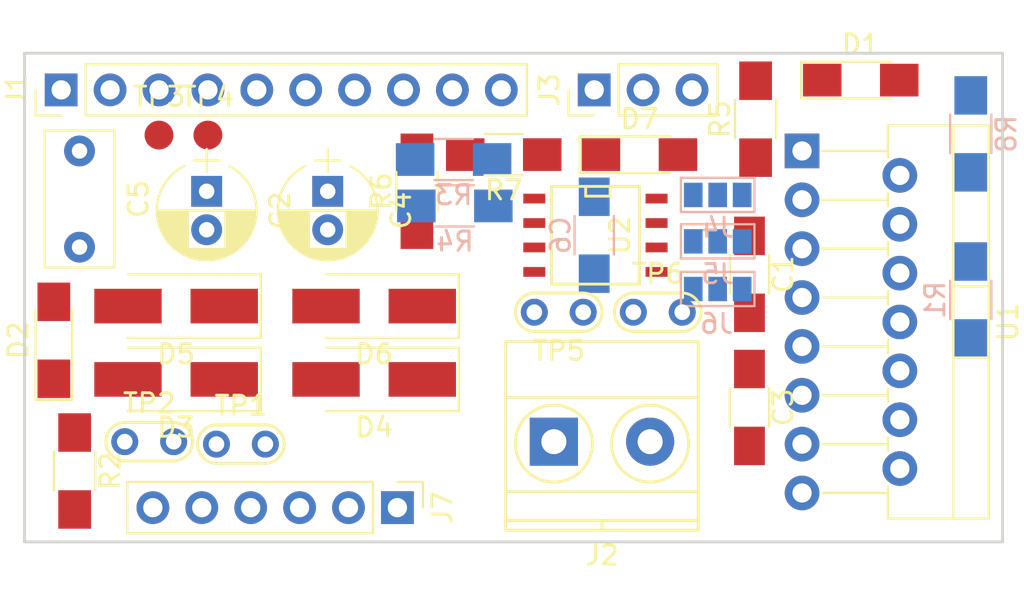
<source format=kicad_pcb>
(kicad_pcb (version 4) (host pcbnew 4.0.7)

  (general
    (links 84)
    (no_connects 84)
    (area 119.685999 81.585999 170.636001 107.136001)
    (thickness 1.6)
    (drawings 4)
    (tracks 0)
    (zones 0)
    (modules 36)
    (nets 22)
  )

  (page A4)
  (layers
    (0 F.Cu signal)
    (31 B.Cu signal)
    (32 B.Adhes user)
    (33 F.Adhes user)
    (34 B.Paste user)
    (35 F.Paste user)
    (36 B.SilkS user)
    (37 F.SilkS user)
    (38 B.Mask user)
    (39 F.Mask user)
    (40 Dwgs.User user)
    (41 Cmts.User user)
    (42 Eco1.User user)
    (43 Eco2.User user)
    (44 Edge.Cuts user)
    (45 Margin user)
    (46 B.CrtYd user)
    (47 F.CrtYd user)
    (48 B.Fab user)
    (49 F.Fab user)
  )

  (setup
    (last_trace_width 0.25)
    (trace_clearance 0.2)
    (zone_clearance 0.508)
    (zone_45_only no)
    (trace_min 0.2)
    (segment_width 0.2)
    (edge_width 0.15)
    (via_size 0.6)
    (via_drill 0.4)
    (via_min_size 0.4)
    (via_min_drill 0.3)
    (uvia_size 0.3)
    (uvia_drill 0.1)
    (uvias_allowed no)
    (uvia_min_size 0.2)
    (uvia_min_drill 0.1)
    (pcb_text_width 0.3)
    (pcb_text_size 1.5 1.5)
    (mod_edge_width 0.15)
    (mod_text_size 1 1)
    (mod_text_width 0.15)
    (pad_size 1.524 1.524)
    (pad_drill 0.762)
    (pad_to_mask_clearance 0.2)
    (aux_axis_origin 0 0)
    (visible_elements 7FFEFFFF)
    (pcbplotparams
      (layerselection 0x00030_80000001)
      (usegerberextensions false)
      (excludeedgelayer true)
      (linewidth 0.100000)
      (plotframeref false)
      (viasonmask false)
      (mode 1)
      (useauxorigin false)
      (hpglpennumber 1)
      (hpglpenspeed 20)
      (hpglpendiameter 15)
      (hpglpenoverlay 2)
      (psnegative false)
      (psa4output false)
      (plotreference true)
      (plotvalue true)
      (plotinvisibletext false)
      (padsonsilk false)
      (subtractmaskfromsilk false)
      (outputformat 1)
      (mirror false)
      (drillshape 1)
      (scaleselection 1)
      (outputdirectory ""))
  )

  (net 0 "")
  (net 1 "Net-(C1-Pad1)")
  (net 2 GND)
  (net 3 "Net-(C2-Pad1)")
  (net 4 "Net-(C3-Pad2)")
  (net 5 "Net-(D1-Pad2)")
  (net 6 "Net-(D2-Pad1)")
  (net 7 "Net-(D3-Pad1)")
  (net 8 "Net-(D5-Pad1)")
  (net 9 "Net-(D7-Pad1)")
  (net 10 "Net-(J1-Pad3)")
  (net 11 "Net-(J1-Pad4)")
  (net 12 "Net-(J1-Pad5)")
  (net 13 "Net-(J1-Pad6)")
  (net 14 "Net-(J1-Pad9)")
  (net 15 "Net-(J1-Pad10)")
  (net 16 "Net-(J3-Pad2)")
  (net 17 "Net-(J4-Pad2)")
  (net 18 "Net-(J5-Pad2)")
  (net 19 "Net-(J6-Pad2)")
  (net 20 "Net-(R6-Pad2)")
  (net 21 "Net-(J1-Pad2)")

  (net_class Default "This is the default net class."
    (clearance 0.2)
    (trace_width 0.25)
    (via_dia 0.6)
    (via_drill 0.4)
    (uvia_dia 0.3)
    (uvia_drill 0.1)
    (add_net GND)
    (add_net "Net-(C1-Pad1)")
    (add_net "Net-(C2-Pad1)")
    (add_net "Net-(C3-Pad2)")
    (add_net "Net-(D1-Pad2)")
    (add_net "Net-(D2-Pad1)")
    (add_net "Net-(D3-Pad1)")
    (add_net "Net-(D5-Pad1)")
    (add_net "Net-(D7-Pad1)")
    (add_net "Net-(J1-Pad10)")
    (add_net "Net-(J1-Pad2)")
    (add_net "Net-(J1-Pad3)")
    (add_net "Net-(J1-Pad4)")
    (add_net "Net-(J1-Pad5)")
    (add_net "Net-(J1-Pad6)")
    (add_net "Net-(J1-Pad9)")
    (add_net "Net-(J3-Pad2)")
    (add_net "Net-(J4-Pad2)")
    (add_net "Net-(J5-Pad2)")
    (add_net "Net-(J6-Pad2)")
    (add_net "Net-(R6-Pad2)")
  )

  (module Capacitors_SMD:C_1206_HandSoldering (layer F.Cu) (tedit 58AA84D1) (tstamp 5A585A52)
    (at 157.4165 93.1545 270)
    (descr "Capacitor SMD 1206, hand soldering")
    (tags "capacitor 1206")
    (path /5A56EDBE)
    (attr smd)
    (fp_text reference C1 (at 0 -1.75 270) (layer F.SilkS)
      (effects (font (size 1 1) (thickness 0.15)))
    )
    (fp_text value 100nF (at 0 2 270) (layer F.Fab)
      (effects (font (size 1 1) (thickness 0.15)))
    )
    (fp_text user %R (at 0 -1.75 270) (layer F.Fab)
      (effects (font (size 1 1) (thickness 0.15)))
    )
    (fp_line (start -1.6 0.8) (end -1.6 -0.8) (layer F.Fab) (width 0.1))
    (fp_line (start 1.6 0.8) (end -1.6 0.8) (layer F.Fab) (width 0.1))
    (fp_line (start 1.6 -0.8) (end 1.6 0.8) (layer F.Fab) (width 0.1))
    (fp_line (start -1.6 -0.8) (end 1.6 -0.8) (layer F.Fab) (width 0.1))
    (fp_line (start 1 -1.02) (end -1 -1.02) (layer F.SilkS) (width 0.12))
    (fp_line (start -1 1.02) (end 1 1.02) (layer F.SilkS) (width 0.12))
    (fp_line (start -3.25 -1.05) (end 3.25 -1.05) (layer F.CrtYd) (width 0.05))
    (fp_line (start -3.25 -1.05) (end -3.25 1.05) (layer F.CrtYd) (width 0.05))
    (fp_line (start 3.25 1.05) (end 3.25 -1.05) (layer F.CrtYd) (width 0.05))
    (fp_line (start 3.25 1.05) (end -3.25 1.05) (layer F.CrtYd) (width 0.05))
    (pad 1 smd rect (at -2 0 270) (size 2 1.6) (layers F.Cu F.Paste F.Mask)
      (net 1 "Net-(C1-Pad1)"))
    (pad 2 smd rect (at 2 0 270) (size 2 1.6) (layers F.Cu F.Paste F.Mask)
      (net 2 GND))
    (model Capacitors_SMD.3dshapes/C_1206.wrl
      (at (xyz 0 0 0))
      (scale (xyz 1 1 1))
      (rotate (xyz 0 0 0))
    )
  )

  (module Capacitors_THT:CP_Radial_D5.0mm_P2.00mm (layer F.Cu) (tedit 597BC7C2) (tstamp 5A585A58)
    (at 129.2225 88.8365 270)
    (descr "CP, Radial series, Radial, pin pitch=2.00mm, , diameter=5mm, Electrolytic Capacitor")
    (tags "CP Radial series Radial pin pitch 2.00mm  diameter 5mm Electrolytic Capacitor")
    (path /5A573121)
    (fp_text reference C2 (at 1 -3.81 270) (layer F.SilkS)
      (effects (font (size 1 1) (thickness 0.15)))
    )
    (fp_text value 1uF (at 1 3.81 270) (layer F.Fab)
      (effects (font (size 1 1) (thickness 0.15)))
    )
    (fp_arc (start 1 0) (end -1.30558 -1.18) (angle 125.8) (layer F.SilkS) (width 0.12))
    (fp_arc (start 1 0) (end -1.30558 1.18) (angle -125.8) (layer F.SilkS) (width 0.12))
    (fp_arc (start 1 0) (end 3.30558 -1.18) (angle 54.2) (layer F.SilkS) (width 0.12))
    (fp_circle (center 1 0) (end 3.5 0) (layer F.Fab) (width 0.1))
    (fp_line (start -2.2 0) (end -1 0) (layer F.Fab) (width 0.1))
    (fp_line (start -1.6 -0.65) (end -1.6 0.65) (layer F.Fab) (width 0.1))
    (fp_line (start 1 -2.55) (end 1 2.55) (layer F.SilkS) (width 0.12))
    (fp_line (start 1.04 -2.55) (end 1.04 -0.98) (layer F.SilkS) (width 0.12))
    (fp_line (start 1.04 0.98) (end 1.04 2.55) (layer F.SilkS) (width 0.12))
    (fp_line (start 1.08 -2.549) (end 1.08 -0.98) (layer F.SilkS) (width 0.12))
    (fp_line (start 1.08 0.98) (end 1.08 2.549) (layer F.SilkS) (width 0.12))
    (fp_line (start 1.12 -2.548) (end 1.12 -0.98) (layer F.SilkS) (width 0.12))
    (fp_line (start 1.12 0.98) (end 1.12 2.548) (layer F.SilkS) (width 0.12))
    (fp_line (start 1.16 -2.546) (end 1.16 -0.98) (layer F.SilkS) (width 0.12))
    (fp_line (start 1.16 0.98) (end 1.16 2.546) (layer F.SilkS) (width 0.12))
    (fp_line (start 1.2 -2.543) (end 1.2 -0.98) (layer F.SilkS) (width 0.12))
    (fp_line (start 1.2 0.98) (end 1.2 2.543) (layer F.SilkS) (width 0.12))
    (fp_line (start 1.24 -2.539) (end 1.24 -0.98) (layer F.SilkS) (width 0.12))
    (fp_line (start 1.24 0.98) (end 1.24 2.539) (layer F.SilkS) (width 0.12))
    (fp_line (start 1.28 -2.535) (end 1.28 -0.98) (layer F.SilkS) (width 0.12))
    (fp_line (start 1.28 0.98) (end 1.28 2.535) (layer F.SilkS) (width 0.12))
    (fp_line (start 1.32 -2.531) (end 1.32 -0.98) (layer F.SilkS) (width 0.12))
    (fp_line (start 1.32 0.98) (end 1.32 2.531) (layer F.SilkS) (width 0.12))
    (fp_line (start 1.36 -2.525) (end 1.36 -0.98) (layer F.SilkS) (width 0.12))
    (fp_line (start 1.36 0.98) (end 1.36 2.525) (layer F.SilkS) (width 0.12))
    (fp_line (start 1.4 -2.519) (end 1.4 -0.98) (layer F.SilkS) (width 0.12))
    (fp_line (start 1.4 0.98) (end 1.4 2.519) (layer F.SilkS) (width 0.12))
    (fp_line (start 1.44 -2.513) (end 1.44 -0.98) (layer F.SilkS) (width 0.12))
    (fp_line (start 1.44 0.98) (end 1.44 2.513) (layer F.SilkS) (width 0.12))
    (fp_line (start 1.48 -2.506) (end 1.48 -0.98) (layer F.SilkS) (width 0.12))
    (fp_line (start 1.48 0.98) (end 1.48 2.506) (layer F.SilkS) (width 0.12))
    (fp_line (start 1.52 -2.498) (end 1.52 -0.98) (layer F.SilkS) (width 0.12))
    (fp_line (start 1.52 0.98) (end 1.52 2.498) (layer F.SilkS) (width 0.12))
    (fp_line (start 1.56 -2.489) (end 1.56 -0.98) (layer F.SilkS) (width 0.12))
    (fp_line (start 1.56 0.98) (end 1.56 2.489) (layer F.SilkS) (width 0.12))
    (fp_line (start 1.6 -2.48) (end 1.6 -0.98) (layer F.SilkS) (width 0.12))
    (fp_line (start 1.6 0.98) (end 1.6 2.48) (layer F.SilkS) (width 0.12))
    (fp_line (start 1.64 -2.47) (end 1.64 -0.98) (layer F.SilkS) (width 0.12))
    (fp_line (start 1.64 0.98) (end 1.64 2.47) (layer F.SilkS) (width 0.12))
    (fp_line (start 1.68 -2.46) (end 1.68 -0.98) (layer F.SilkS) (width 0.12))
    (fp_line (start 1.68 0.98) (end 1.68 2.46) (layer F.SilkS) (width 0.12))
    (fp_line (start 1.721 -2.448) (end 1.721 -0.98) (layer F.SilkS) (width 0.12))
    (fp_line (start 1.721 0.98) (end 1.721 2.448) (layer F.SilkS) (width 0.12))
    (fp_line (start 1.761 -2.436) (end 1.761 -0.98) (layer F.SilkS) (width 0.12))
    (fp_line (start 1.761 0.98) (end 1.761 2.436) (layer F.SilkS) (width 0.12))
    (fp_line (start 1.801 -2.424) (end 1.801 -0.98) (layer F.SilkS) (width 0.12))
    (fp_line (start 1.801 0.98) (end 1.801 2.424) (layer F.SilkS) (width 0.12))
    (fp_line (start 1.841 -2.41) (end 1.841 -0.98) (layer F.SilkS) (width 0.12))
    (fp_line (start 1.841 0.98) (end 1.841 2.41) (layer F.SilkS) (width 0.12))
    (fp_line (start 1.881 -2.396) (end 1.881 -0.98) (layer F.SilkS) (width 0.12))
    (fp_line (start 1.881 0.98) (end 1.881 2.396) (layer F.SilkS) (width 0.12))
    (fp_line (start 1.921 -2.382) (end 1.921 -0.98) (layer F.SilkS) (width 0.12))
    (fp_line (start 1.921 0.98) (end 1.921 2.382) (layer F.SilkS) (width 0.12))
    (fp_line (start 1.961 -2.366) (end 1.961 -0.98) (layer F.SilkS) (width 0.12))
    (fp_line (start 1.961 0.98) (end 1.961 2.366) (layer F.SilkS) (width 0.12))
    (fp_line (start 2.001 -2.35) (end 2.001 -0.98) (layer F.SilkS) (width 0.12))
    (fp_line (start 2.001 0.98) (end 2.001 2.35) (layer F.SilkS) (width 0.12))
    (fp_line (start 2.041 -2.333) (end 2.041 -0.98) (layer F.SilkS) (width 0.12))
    (fp_line (start 2.041 0.98) (end 2.041 2.333) (layer F.SilkS) (width 0.12))
    (fp_line (start 2.081 -2.315) (end 2.081 -0.98) (layer F.SilkS) (width 0.12))
    (fp_line (start 2.081 0.98) (end 2.081 2.315) (layer F.SilkS) (width 0.12))
    (fp_line (start 2.121 -2.296) (end 2.121 -0.98) (layer F.SilkS) (width 0.12))
    (fp_line (start 2.121 0.98) (end 2.121 2.296) (layer F.SilkS) (width 0.12))
    (fp_line (start 2.161 -2.276) (end 2.161 -0.98) (layer F.SilkS) (width 0.12))
    (fp_line (start 2.161 0.98) (end 2.161 2.276) (layer F.SilkS) (width 0.12))
    (fp_line (start 2.201 -2.256) (end 2.201 -0.98) (layer F.SilkS) (width 0.12))
    (fp_line (start 2.201 0.98) (end 2.201 2.256) (layer F.SilkS) (width 0.12))
    (fp_line (start 2.241 -2.234) (end 2.241 -0.98) (layer F.SilkS) (width 0.12))
    (fp_line (start 2.241 0.98) (end 2.241 2.234) (layer F.SilkS) (width 0.12))
    (fp_line (start 2.281 -2.212) (end 2.281 -0.98) (layer F.SilkS) (width 0.12))
    (fp_line (start 2.281 0.98) (end 2.281 2.212) (layer F.SilkS) (width 0.12))
    (fp_line (start 2.321 -2.189) (end 2.321 -0.98) (layer F.SilkS) (width 0.12))
    (fp_line (start 2.321 0.98) (end 2.321 2.189) (layer F.SilkS) (width 0.12))
    (fp_line (start 2.361 -2.165) (end 2.361 -0.98) (layer F.SilkS) (width 0.12))
    (fp_line (start 2.361 0.98) (end 2.361 2.165) (layer F.SilkS) (width 0.12))
    (fp_line (start 2.401 -2.14) (end 2.401 -0.98) (layer F.SilkS) (width 0.12))
    (fp_line (start 2.401 0.98) (end 2.401 2.14) (layer F.SilkS) (width 0.12))
    (fp_line (start 2.441 -2.113) (end 2.441 -0.98) (layer F.SilkS) (width 0.12))
    (fp_line (start 2.441 0.98) (end 2.441 2.113) (layer F.SilkS) (width 0.12))
    (fp_line (start 2.481 -2.086) (end 2.481 -0.98) (layer F.SilkS) (width 0.12))
    (fp_line (start 2.481 0.98) (end 2.481 2.086) (layer F.SilkS) (width 0.12))
    (fp_line (start 2.521 -2.058) (end 2.521 -0.98) (layer F.SilkS) (width 0.12))
    (fp_line (start 2.521 0.98) (end 2.521 2.058) (layer F.SilkS) (width 0.12))
    (fp_line (start 2.561 -2.028) (end 2.561 -0.98) (layer F.SilkS) (width 0.12))
    (fp_line (start 2.561 0.98) (end 2.561 2.028) (layer F.SilkS) (width 0.12))
    (fp_line (start 2.601 -1.997) (end 2.601 -0.98) (layer F.SilkS) (width 0.12))
    (fp_line (start 2.601 0.98) (end 2.601 1.997) (layer F.SilkS) (width 0.12))
    (fp_line (start 2.641 -1.965) (end 2.641 -0.98) (layer F.SilkS) (width 0.12))
    (fp_line (start 2.641 0.98) (end 2.641 1.965) (layer F.SilkS) (width 0.12))
    (fp_line (start 2.681 -1.932) (end 2.681 -0.98) (layer F.SilkS) (width 0.12))
    (fp_line (start 2.681 0.98) (end 2.681 1.932) (layer F.SilkS) (width 0.12))
    (fp_line (start 2.721 -1.897) (end 2.721 -0.98) (layer F.SilkS) (width 0.12))
    (fp_line (start 2.721 0.98) (end 2.721 1.897) (layer F.SilkS) (width 0.12))
    (fp_line (start 2.761 -1.861) (end 2.761 -0.98) (layer F.SilkS) (width 0.12))
    (fp_line (start 2.761 0.98) (end 2.761 1.861) (layer F.SilkS) (width 0.12))
    (fp_line (start 2.801 -1.823) (end 2.801 -0.98) (layer F.SilkS) (width 0.12))
    (fp_line (start 2.801 0.98) (end 2.801 1.823) (layer F.SilkS) (width 0.12))
    (fp_line (start 2.841 -1.783) (end 2.841 -0.98) (layer F.SilkS) (width 0.12))
    (fp_line (start 2.841 0.98) (end 2.841 1.783) (layer F.SilkS) (width 0.12))
    (fp_line (start 2.881 -1.742) (end 2.881 -0.98) (layer F.SilkS) (width 0.12))
    (fp_line (start 2.881 0.98) (end 2.881 1.742) (layer F.SilkS) (width 0.12))
    (fp_line (start 2.921 -1.699) (end 2.921 -0.98) (layer F.SilkS) (width 0.12))
    (fp_line (start 2.921 0.98) (end 2.921 1.699) (layer F.SilkS) (width 0.12))
    (fp_line (start 2.961 -1.654) (end 2.961 -0.98) (layer F.SilkS) (width 0.12))
    (fp_line (start 2.961 0.98) (end 2.961 1.654) (layer F.SilkS) (width 0.12))
    (fp_line (start 3.001 -1.606) (end 3.001 1.606) (layer F.SilkS) (width 0.12))
    (fp_line (start 3.041 -1.556) (end 3.041 1.556) (layer F.SilkS) (width 0.12))
    (fp_line (start 3.081 -1.504) (end 3.081 1.504) (layer F.SilkS) (width 0.12))
    (fp_line (start 3.121 -1.448) (end 3.121 1.448) (layer F.SilkS) (width 0.12))
    (fp_line (start 3.161 -1.39) (end 3.161 1.39) (layer F.SilkS) (width 0.12))
    (fp_line (start 3.201 -1.327) (end 3.201 1.327) (layer F.SilkS) (width 0.12))
    (fp_line (start 3.241 -1.261) (end 3.241 1.261) (layer F.SilkS) (width 0.12))
    (fp_line (start 3.281 -1.189) (end 3.281 1.189) (layer F.SilkS) (width 0.12))
    (fp_line (start 3.321 -1.112) (end 3.321 1.112) (layer F.SilkS) (width 0.12))
    (fp_line (start 3.361 -1.028) (end 3.361 1.028) (layer F.SilkS) (width 0.12))
    (fp_line (start 3.401 -0.934) (end 3.401 0.934) (layer F.SilkS) (width 0.12))
    (fp_line (start 3.441 -0.829) (end 3.441 0.829) (layer F.SilkS) (width 0.12))
    (fp_line (start 3.481 -0.707) (end 3.481 0.707) (layer F.SilkS) (width 0.12))
    (fp_line (start 3.521 -0.559) (end 3.521 0.559) (layer F.SilkS) (width 0.12))
    (fp_line (start 3.561 -0.354) (end 3.561 0.354) (layer F.SilkS) (width 0.12))
    (fp_line (start -2.2 0) (end -1 0) (layer F.SilkS) (width 0.12))
    (fp_line (start -1.6 -0.65) (end -1.6 0.65) (layer F.SilkS) (width 0.12))
    (fp_line (start -1.85 -2.85) (end -1.85 2.85) (layer F.CrtYd) (width 0.05))
    (fp_line (start -1.85 2.85) (end 3.85 2.85) (layer F.CrtYd) (width 0.05))
    (fp_line (start 3.85 2.85) (end 3.85 -2.85) (layer F.CrtYd) (width 0.05))
    (fp_line (start 3.85 -2.85) (end -1.85 -2.85) (layer F.CrtYd) (width 0.05))
    (fp_text user %R (at 1 0 270) (layer F.Fab)
      (effects (font (size 1 1) (thickness 0.15)))
    )
    (pad 1 thru_hole rect (at 0 0 270) (size 1.6 1.6) (drill 0.8) (layers *.Cu *.Mask)
      (net 3 "Net-(C2-Pad1)"))
    (pad 2 thru_hole circle (at 2 0 270) (size 1.6 1.6) (drill 0.8) (layers *.Cu *.Mask)
      (net 2 GND))
    (model ${KISYS3DMOD}/Capacitors_THT.3dshapes/CP_Radial_D5.0mm_P2.00mm.wrl
      (at (xyz 0 0 0))
      (scale (xyz 1 1 1))
      (rotate (xyz 0 0 0))
    )
  )

  (module Capacitors_SMD:C_1206_HandSoldering (layer F.Cu) (tedit 58AA84D1) (tstamp 5A585A5E)
    (at 157.4165 100.076 270)
    (descr "Capacitor SMD 1206, hand soldering")
    (tags "capacitor 1206")
    (path /5A56ED18)
    (attr smd)
    (fp_text reference C3 (at 0 -1.75 270) (layer F.SilkS)
      (effects (font (size 1 1) (thickness 0.15)))
    )
    (fp_text value 100nF (at 0 2 270) (layer F.Fab)
      (effects (font (size 1 1) (thickness 0.15)))
    )
    (fp_text user %R (at 0 -1.75 270) (layer F.Fab)
      (effects (font (size 1 1) (thickness 0.15)))
    )
    (fp_line (start -1.6 0.8) (end -1.6 -0.8) (layer F.Fab) (width 0.1))
    (fp_line (start 1.6 0.8) (end -1.6 0.8) (layer F.Fab) (width 0.1))
    (fp_line (start 1.6 -0.8) (end 1.6 0.8) (layer F.Fab) (width 0.1))
    (fp_line (start -1.6 -0.8) (end 1.6 -0.8) (layer F.Fab) (width 0.1))
    (fp_line (start 1 -1.02) (end -1 -1.02) (layer F.SilkS) (width 0.12))
    (fp_line (start -1 1.02) (end 1 1.02) (layer F.SilkS) (width 0.12))
    (fp_line (start -3.25 -1.05) (end 3.25 -1.05) (layer F.CrtYd) (width 0.05))
    (fp_line (start -3.25 -1.05) (end -3.25 1.05) (layer F.CrtYd) (width 0.05))
    (fp_line (start 3.25 1.05) (end 3.25 -1.05) (layer F.CrtYd) (width 0.05))
    (fp_line (start 3.25 1.05) (end -3.25 1.05) (layer F.CrtYd) (width 0.05))
    (pad 1 smd rect (at -2 0 270) (size 2 1.6) (layers F.Cu F.Paste F.Mask)
      (net 2 GND))
    (pad 2 smd rect (at 2 0 270) (size 2 1.6) (layers F.Cu F.Paste F.Mask)
      (net 4 "Net-(C3-Pad2)"))
    (model Capacitors_SMD.3dshapes/C_1206.wrl
      (at (xyz 0 0 0))
      (scale (xyz 1 1 1))
      (rotate (xyz 0 0 0))
    )
  )

  (module Capacitors_THT:CP_Radial_D5.0mm_P2.00mm (layer F.Cu) (tedit 597BC7C2) (tstamp 5A585A64)
    (at 135.509 88.8365 270)
    (descr "CP, Radial series, Radial, pin pitch=2.00mm, , diameter=5mm, Electrolytic Capacitor")
    (tags "CP Radial series Radial pin pitch 2.00mm  diameter 5mm Electrolytic Capacitor")
    (path /5A573160)
    (fp_text reference C4 (at 1 -3.81 270) (layer F.SilkS)
      (effects (font (size 1 1) (thickness 0.15)))
    )
    (fp_text value 1uF (at 1 3.81 270) (layer F.Fab)
      (effects (font (size 1 1) (thickness 0.15)))
    )
    (fp_arc (start 1 0) (end -1.30558 -1.18) (angle 125.8) (layer F.SilkS) (width 0.12))
    (fp_arc (start 1 0) (end -1.30558 1.18) (angle -125.8) (layer F.SilkS) (width 0.12))
    (fp_arc (start 1 0) (end 3.30558 -1.18) (angle 54.2) (layer F.SilkS) (width 0.12))
    (fp_circle (center 1 0) (end 3.5 0) (layer F.Fab) (width 0.1))
    (fp_line (start -2.2 0) (end -1 0) (layer F.Fab) (width 0.1))
    (fp_line (start -1.6 -0.65) (end -1.6 0.65) (layer F.Fab) (width 0.1))
    (fp_line (start 1 -2.55) (end 1 2.55) (layer F.SilkS) (width 0.12))
    (fp_line (start 1.04 -2.55) (end 1.04 -0.98) (layer F.SilkS) (width 0.12))
    (fp_line (start 1.04 0.98) (end 1.04 2.55) (layer F.SilkS) (width 0.12))
    (fp_line (start 1.08 -2.549) (end 1.08 -0.98) (layer F.SilkS) (width 0.12))
    (fp_line (start 1.08 0.98) (end 1.08 2.549) (layer F.SilkS) (width 0.12))
    (fp_line (start 1.12 -2.548) (end 1.12 -0.98) (layer F.SilkS) (width 0.12))
    (fp_line (start 1.12 0.98) (end 1.12 2.548) (layer F.SilkS) (width 0.12))
    (fp_line (start 1.16 -2.546) (end 1.16 -0.98) (layer F.SilkS) (width 0.12))
    (fp_line (start 1.16 0.98) (end 1.16 2.546) (layer F.SilkS) (width 0.12))
    (fp_line (start 1.2 -2.543) (end 1.2 -0.98) (layer F.SilkS) (width 0.12))
    (fp_line (start 1.2 0.98) (end 1.2 2.543) (layer F.SilkS) (width 0.12))
    (fp_line (start 1.24 -2.539) (end 1.24 -0.98) (layer F.SilkS) (width 0.12))
    (fp_line (start 1.24 0.98) (end 1.24 2.539) (layer F.SilkS) (width 0.12))
    (fp_line (start 1.28 -2.535) (end 1.28 -0.98) (layer F.SilkS) (width 0.12))
    (fp_line (start 1.28 0.98) (end 1.28 2.535) (layer F.SilkS) (width 0.12))
    (fp_line (start 1.32 -2.531) (end 1.32 -0.98) (layer F.SilkS) (width 0.12))
    (fp_line (start 1.32 0.98) (end 1.32 2.531) (layer F.SilkS) (width 0.12))
    (fp_line (start 1.36 -2.525) (end 1.36 -0.98) (layer F.SilkS) (width 0.12))
    (fp_line (start 1.36 0.98) (end 1.36 2.525) (layer F.SilkS) (width 0.12))
    (fp_line (start 1.4 -2.519) (end 1.4 -0.98) (layer F.SilkS) (width 0.12))
    (fp_line (start 1.4 0.98) (end 1.4 2.519) (layer F.SilkS) (width 0.12))
    (fp_line (start 1.44 -2.513) (end 1.44 -0.98) (layer F.SilkS) (width 0.12))
    (fp_line (start 1.44 0.98) (end 1.44 2.513) (layer F.SilkS) (width 0.12))
    (fp_line (start 1.48 -2.506) (end 1.48 -0.98) (layer F.SilkS) (width 0.12))
    (fp_line (start 1.48 0.98) (end 1.48 2.506) (layer F.SilkS) (width 0.12))
    (fp_line (start 1.52 -2.498) (end 1.52 -0.98) (layer F.SilkS) (width 0.12))
    (fp_line (start 1.52 0.98) (end 1.52 2.498) (layer F.SilkS) (width 0.12))
    (fp_line (start 1.56 -2.489) (end 1.56 -0.98) (layer F.SilkS) (width 0.12))
    (fp_line (start 1.56 0.98) (end 1.56 2.489) (layer F.SilkS) (width 0.12))
    (fp_line (start 1.6 -2.48) (end 1.6 -0.98) (layer F.SilkS) (width 0.12))
    (fp_line (start 1.6 0.98) (end 1.6 2.48) (layer F.SilkS) (width 0.12))
    (fp_line (start 1.64 -2.47) (end 1.64 -0.98) (layer F.SilkS) (width 0.12))
    (fp_line (start 1.64 0.98) (end 1.64 2.47) (layer F.SilkS) (width 0.12))
    (fp_line (start 1.68 -2.46) (end 1.68 -0.98) (layer F.SilkS) (width 0.12))
    (fp_line (start 1.68 0.98) (end 1.68 2.46) (layer F.SilkS) (width 0.12))
    (fp_line (start 1.721 -2.448) (end 1.721 -0.98) (layer F.SilkS) (width 0.12))
    (fp_line (start 1.721 0.98) (end 1.721 2.448) (layer F.SilkS) (width 0.12))
    (fp_line (start 1.761 -2.436) (end 1.761 -0.98) (layer F.SilkS) (width 0.12))
    (fp_line (start 1.761 0.98) (end 1.761 2.436) (layer F.SilkS) (width 0.12))
    (fp_line (start 1.801 -2.424) (end 1.801 -0.98) (layer F.SilkS) (width 0.12))
    (fp_line (start 1.801 0.98) (end 1.801 2.424) (layer F.SilkS) (width 0.12))
    (fp_line (start 1.841 -2.41) (end 1.841 -0.98) (layer F.SilkS) (width 0.12))
    (fp_line (start 1.841 0.98) (end 1.841 2.41) (layer F.SilkS) (width 0.12))
    (fp_line (start 1.881 -2.396) (end 1.881 -0.98) (layer F.SilkS) (width 0.12))
    (fp_line (start 1.881 0.98) (end 1.881 2.396) (layer F.SilkS) (width 0.12))
    (fp_line (start 1.921 -2.382) (end 1.921 -0.98) (layer F.SilkS) (width 0.12))
    (fp_line (start 1.921 0.98) (end 1.921 2.382) (layer F.SilkS) (width 0.12))
    (fp_line (start 1.961 -2.366) (end 1.961 -0.98) (layer F.SilkS) (width 0.12))
    (fp_line (start 1.961 0.98) (end 1.961 2.366) (layer F.SilkS) (width 0.12))
    (fp_line (start 2.001 -2.35) (end 2.001 -0.98) (layer F.SilkS) (width 0.12))
    (fp_line (start 2.001 0.98) (end 2.001 2.35) (layer F.SilkS) (width 0.12))
    (fp_line (start 2.041 -2.333) (end 2.041 -0.98) (layer F.SilkS) (width 0.12))
    (fp_line (start 2.041 0.98) (end 2.041 2.333) (layer F.SilkS) (width 0.12))
    (fp_line (start 2.081 -2.315) (end 2.081 -0.98) (layer F.SilkS) (width 0.12))
    (fp_line (start 2.081 0.98) (end 2.081 2.315) (layer F.SilkS) (width 0.12))
    (fp_line (start 2.121 -2.296) (end 2.121 -0.98) (layer F.SilkS) (width 0.12))
    (fp_line (start 2.121 0.98) (end 2.121 2.296) (layer F.SilkS) (width 0.12))
    (fp_line (start 2.161 -2.276) (end 2.161 -0.98) (layer F.SilkS) (width 0.12))
    (fp_line (start 2.161 0.98) (end 2.161 2.276) (layer F.SilkS) (width 0.12))
    (fp_line (start 2.201 -2.256) (end 2.201 -0.98) (layer F.SilkS) (width 0.12))
    (fp_line (start 2.201 0.98) (end 2.201 2.256) (layer F.SilkS) (width 0.12))
    (fp_line (start 2.241 -2.234) (end 2.241 -0.98) (layer F.SilkS) (width 0.12))
    (fp_line (start 2.241 0.98) (end 2.241 2.234) (layer F.SilkS) (width 0.12))
    (fp_line (start 2.281 -2.212) (end 2.281 -0.98) (layer F.SilkS) (width 0.12))
    (fp_line (start 2.281 0.98) (end 2.281 2.212) (layer F.SilkS) (width 0.12))
    (fp_line (start 2.321 -2.189) (end 2.321 -0.98) (layer F.SilkS) (width 0.12))
    (fp_line (start 2.321 0.98) (end 2.321 2.189) (layer F.SilkS) (width 0.12))
    (fp_line (start 2.361 -2.165) (end 2.361 -0.98) (layer F.SilkS) (width 0.12))
    (fp_line (start 2.361 0.98) (end 2.361 2.165) (layer F.SilkS) (width 0.12))
    (fp_line (start 2.401 -2.14) (end 2.401 -0.98) (layer F.SilkS) (width 0.12))
    (fp_line (start 2.401 0.98) (end 2.401 2.14) (layer F.SilkS) (width 0.12))
    (fp_line (start 2.441 -2.113) (end 2.441 -0.98) (layer F.SilkS) (width 0.12))
    (fp_line (start 2.441 0.98) (end 2.441 2.113) (layer F.SilkS) (width 0.12))
    (fp_line (start 2.481 -2.086) (end 2.481 -0.98) (layer F.SilkS) (width 0.12))
    (fp_line (start 2.481 0.98) (end 2.481 2.086) (layer F.SilkS) (width 0.12))
    (fp_line (start 2.521 -2.058) (end 2.521 -0.98) (layer F.SilkS) (width 0.12))
    (fp_line (start 2.521 0.98) (end 2.521 2.058) (layer F.SilkS) (width 0.12))
    (fp_line (start 2.561 -2.028) (end 2.561 -0.98) (layer F.SilkS) (width 0.12))
    (fp_line (start 2.561 0.98) (end 2.561 2.028) (layer F.SilkS) (width 0.12))
    (fp_line (start 2.601 -1.997) (end 2.601 -0.98) (layer F.SilkS) (width 0.12))
    (fp_line (start 2.601 0.98) (end 2.601 1.997) (layer F.SilkS) (width 0.12))
    (fp_line (start 2.641 -1.965) (end 2.641 -0.98) (layer F.SilkS) (width 0.12))
    (fp_line (start 2.641 0.98) (end 2.641 1.965) (layer F.SilkS) (width 0.12))
    (fp_line (start 2.681 -1.932) (end 2.681 -0.98) (layer F.SilkS) (width 0.12))
    (fp_line (start 2.681 0.98) (end 2.681 1.932) (layer F.SilkS) (width 0.12))
    (fp_line (start 2.721 -1.897) (end 2.721 -0.98) (layer F.SilkS) (width 0.12))
    (fp_line (start 2.721 0.98) (end 2.721 1.897) (layer F.SilkS) (width 0.12))
    (fp_line (start 2.761 -1.861) (end 2.761 -0.98) (layer F.SilkS) (width 0.12))
    (fp_line (start 2.761 0.98) (end 2.761 1.861) (layer F.SilkS) (width 0.12))
    (fp_line (start 2.801 -1.823) (end 2.801 -0.98) (layer F.SilkS) (width 0.12))
    (fp_line (start 2.801 0.98) (end 2.801 1.823) (layer F.SilkS) (width 0.12))
    (fp_line (start 2.841 -1.783) (end 2.841 -0.98) (layer F.SilkS) (width 0.12))
    (fp_line (start 2.841 0.98) (end 2.841 1.783) (layer F.SilkS) (width 0.12))
    (fp_line (start 2.881 -1.742) (end 2.881 -0.98) (layer F.SilkS) (width 0.12))
    (fp_line (start 2.881 0.98) (end 2.881 1.742) (layer F.SilkS) (width 0.12))
    (fp_line (start 2.921 -1.699) (end 2.921 -0.98) (layer F.SilkS) (width 0.12))
    (fp_line (start 2.921 0.98) (end 2.921 1.699) (layer F.SilkS) (width 0.12))
    (fp_line (start 2.961 -1.654) (end 2.961 -0.98) (layer F.SilkS) (width 0.12))
    (fp_line (start 2.961 0.98) (end 2.961 1.654) (layer F.SilkS) (width 0.12))
    (fp_line (start 3.001 -1.606) (end 3.001 1.606) (layer F.SilkS) (width 0.12))
    (fp_line (start 3.041 -1.556) (end 3.041 1.556) (layer F.SilkS) (width 0.12))
    (fp_line (start 3.081 -1.504) (end 3.081 1.504) (layer F.SilkS) (width 0.12))
    (fp_line (start 3.121 -1.448) (end 3.121 1.448) (layer F.SilkS) (width 0.12))
    (fp_line (start 3.161 -1.39) (end 3.161 1.39) (layer F.SilkS) (width 0.12))
    (fp_line (start 3.201 -1.327) (end 3.201 1.327) (layer F.SilkS) (width 0.12))
    (fp_line (start 3.241 -1.261) (end 3.241 1.261) (layer F.SilkS) (width 0.12))
    (fp_line (start 3.281 -1.189) (end 3.281 1.189) (layer F.SilkS) (width 0.12))
    (fp_line (start 3.321 -1.112) (end 3.321 1.112) (layer F.SilkS) (width 0.12))
    (fp_line (start 3.361 -1.028) (end 3.361 1.028) (layer F.SilkS) (width 0.12))
    (fp_line (start 3.401 -0.934) (end 3.401 0.934) (layer F.SilkS) (width 0.12))
    (fp_line (start 3.441 -0.829) (end 3.441 0.829) (layer F.SilkS) (width 0.12))
    (fp_line (start 3.481 -0.707) (end 3.481 0.707) (layer F.SilkS) (width 0.12))
    (fp_line (start 3.521 -0.559) (end 3.521 0.559) (layer F.SilkS) (width 0.12))
    (fp_line (start 3.561 -0.354) (end 3.561 0.354) (layer F.SilkS) (width 0.12))
    (fp_line (start -2.2 0) (end -1 0) (layer F.SilkS) (width 0.12))
    (fp_line (start -1.6 -0.65) (end -1.6 0.65) (layer F.SilkS) (width 0.12))
    (fp_line (start -1.85 -2.85) (end -1.85 2.85) (layer F.CrtYd) (width 0.05))
    (fp_line (start -1.85 2.85) (end 3.85 2.85) (layer F.CrtYd) (width 0.05))
    (fp_line (start 3.85 2.85) (end 3.85 -2.85) (layer F.CrtYd) (width 0.05))
    (fp_line (start 3.85 -2.85) (end -1.85 -2.85) (layer F.CrtYd) (width 0.05))
    (fp_text user %R (at 1 0 270) (layer F.Fab)
      (effects (font (size 1 1) (thickness 0.15)))
    )
    (pad 1 thru_hole rect (at 0 0 270) (size 1.6 1.6) (drill 0.8) (layers *.Cu *.Mask)
      (net 3 "Net-(C2-Pad1)"))
    (pad 2 thru_hole circle (at 2 0 270) (size 1.6 1.6) (drill 0.8) (layers *.Cu *.Mask)
      (net 2 GND))
    (model ${KISYS3DMOD}/Capacitors_THT.3dshapes/CP_Radial_D5.0mm_P2.00mm.wrl
      (at (xyz 0 0 0))
      (scale (xyz 1 1 1))
      (rotate (xyz 0 0 0))
    )
  )

  (module Capacitors_THT:C_Rect_L7.0mm_W3.5mm_P5.00mm (layer F.Cu) (tedit 597BC7C2) (tstamp 5A585A6A)
    (at 122.6185 86.741 270)
    (descr "C, Rect series, Radial, pin pitch=5.00mm, , length*width=7*3.5mm^2, Capacitor")
    (tags "C Rect series Radial pin pitch 5.00mm  length 7mm width 3.5mm Capacitor")
    (path /5A5731A1)
    (fp_text reference C5 (at 2.5 -3.06 270) (layer F.SilkS)
      (effects (font (size 1 1) (thickness 0.15)))
    )
    (fp_text value 10uF (at 2.5 3.06 270) (layer F.Fab)
      (effects (font (size 1 1) (thickness 0.15)))
    )
    (fp_line (start -1 -1.75) (end -1 1.75) (layer F.Fab) (width 0.1))
    (fp_line (start -1 1.75) (end 6 1.75) (layer F.Fab) (width 0.1))
    (fp_line (start 6 1.75) (end 6 -1.75) (layer F.Fab) (width 0.1))
    (fp_line (start 6 -1.75) (end -1 -1.75) (layer F.Fab) (width 0.1))
    (fp_line (start -1.06 -1.81) (end 6.06 -1.81) (layer F.SilkS) (width 0.12))
    (fp_line (start -1.06 1.81) (end 6.06 1.81) (layer F.SilkS) (width 0.12))
    (fp_line (start -1.06 -1.81) (end -1.06 1.81) (layer F.SilkS) (width 0.12))
    (fp_line (start 6.06 -1.81) (end 6.06 1.81) (layer F.SilkS) (width 0.12))
    (fp_line (start -1.35 -2.1) (end -1.35 2.1) (layer F.CrtYd) (width 0.05))
    (fp_line (start -1.35 2.1) (end 6.35 2.1) (layer F.CrtYd) (width 0.05))
    (fp_line (start 6.35 2.1) (end 6.35 -2.1) (layer F.CrtYd) (width 0.05))
    (fp_line (start 6.35 -2.1) (end -1.35 -2.1) (layer F.CrtYd) (width 0.05))
    (fp_text user %R (at 2.5 0 270) (layer F.Fab)
      (effects (font (size 1 1) (thickness 0.15)))
    )
    (pad 1 thru_hole circle (at 0 0 270) (size 1.6 1.6) (drill 0.8) (layers *.Cu *.Mask)
      (net 3 "Net-(C2-Pad1)"))
    (pad 2 thru_hole circle (at 5 0 270) (size 1.6 1.6) (drill 0.8) (layers *.Cu *.Mask)
      (net 2 GND))
    (model ${KISYS3DMOD}/Capacitors_THT.3dshapes/C_Rect_L7.0mm_W3.5mm_P5.00mm.wrl
      (at (xyz 0 0 0))
      (scale (xyz 1 1 1))
      (rotate (xyz 0 0 0))
    )
  )

  (module Capacitors_SMD:C_1206_HandSoldering (layer B.Cu) (tedit 58AA84D1) (tstamp 5A585A70)
    (at 149.352 91.1225 270)
    (descr "Capacitor SMD 1206, hand soldering")
    (tags "capacitor 1206")
    (path /5A570941)
    (attr smd)
    (fp_text reference C6 (at 0 1.75 270) (layer B.SilkS)
      (effects (font (size 1 1) (thickness 0.15)) (justify mirror))
    )
    (fp_text value 100nF (at 0 -2 270) (layer B.Fab)
      (effects (font (size 1 1) (thickness 0.15)) (justify mirror))
    )
    (fp_text user %R (at 0 1.75 270) (layer B.Fab)
      (effects (font (size 1 1) (thickness 0.15)) (justify mirror))
    )
    (fp_line (start -1.6 -0.8) (end -1.6 0.8) (layer B.Fab) (width 0.1))
    (fp_line (start 1.6 -0.8) (end -1.6 -0.8) (layer B.Fab) (width 0.1))
    (fp_line (start 1.6 0.8) (end 1.6 -0.8) (layer B.Fab) (width 0.1))
    (fp_line (start -1.6 0.8) (end 1.6 0.8) (layer B.Fab) (width 0.1))
    (fp_line (start 1 1.02) (end -1 1.02) (layer B.SilkS) (width 0.12))
    (fp_line (start -1 -1.02) (end 1 -1.02) (layer B.SilkS) (width 0.12))
    (fp_line (start -3.25 1.05) (end 3.25 1.05) (layer B.CrtYd) (width 0.05))
    (fp_line (start -3.25 1.05) (end -3.25 -1.05) (layer B.CrtYd) (width 0.05))
    (fp_line (start 3.25 -1.05) (end 3.25 1.05) (layer B.CrtYd) (width 0.05))
    (fp_line (start 3.25 -1.05) (end -3.25 -1.05) (layer B.CrtYd) (width 0.05))
    (pad 1 smd rect (at -2 0 270) (size 2 1.6) (layers B.Cu B.Paste B.Mask)
      (net 3 "Net-(C2-Pad1)"))
    (pad 2 smd rect (at 2 0 270) (size 2 1.6) (layers B.Cu B.Paste B.Mask)
      (net 2 GND))
    (model Capacitors_SMD.3dshapes/C_1206.wrl
      (at (xyz 0 0 0))
      (scale (xyz 1 1 1))
      (rotate (xyz 0 0 0))
    )
  )

  (module LEDs:LED_1206_HandSoldering (layer F.Cu) (tedit 595FC724) (tstamp 5A585A76)
    (at 163.195 83.058)
    (descr "LED SMD 1206, hand soldering")
    (tags "LED 1206")
    (path /5A58626A)
    (attr smd)
    (fp_text reference D1 (at 0 -1.85) (layer F.SilkS)
      (effects (font (size 1 1) (thickness 0.15)))
    )
    (fp_text value LED (at 0 1.9) (layer F.Fab)
      (effects (font (size 1 1) (thickness 0.15)))
    )
    (fp_line (start -3.1 -0.95) (end -3.1 0.95) (layer F.SilkS) (width 0.12))
    (fp_line (start -0.4 0) (end 0.2 -0.4) (layer F.Fab) (width 0.1))
    (fp_line (start 0.2 -0.4) (end 0.2 0.4) (layer F.Fab) (width 0.1))
    (fp_line (start 0.2 0.4) (end -0.4 0) (layer F.Fab) (width 0.1))
    (fp_line (start -0.45 -0.4) (end -0.45 0.4) (layer F.Fab) (width 0.1))
    (fp_line (start -1.6 0.8) (end -1.6 -0.8) (layer F.Fab) (width 0.1))
    (fp_line (start 1.6 0.8) (end -1.6 0.8) (layer F.Fab) (width 0.1))
    (fp_line (start 1.6 -0.8) (end 1.6 0.8) (layer F.Fab) (width 0.1))
    (fp_line (start -1.6 -0.8) (end 1.6 -0.8) (layer F.Fab) (width 0.1))
    (fp_line (start -3.1 0.95) (end 1.6 0.95) (layer F.SilkS) (width 0.12))
    (fp_line (start -3.1 -0.95) (end 1.6 -0.95) (layer F.SilkS) (width 0.12))
    (fp_line (start -3.25 -1.11) (end 3.25 -1.11) (layer F.CrtYd) (width 0.05))
    (fp_line (start -3.25 -1.11) (end -3.25 1.1) (layer F.CrtYd) (width 0.05))
    (fp_line (start 3.25 1.1) (end 3.25 -1.11) (layer F.CrtYd) (width 0.05))
    (fp_line (start 3.25 1.1) (end -3.25 1.1) (layer F.CrtYd) (width 0.05))
    (pad 1 smd rect (at -2 0) (size 2 1.7) (layers F.Cu F.Paste F.Mask)
      (net 2 GND))
    (pad 2 smd rect (at 2 0) (size 2 1.7) (layers F.Cu F.Paste F.Mask)
      (net 5 "Net-(D1-Pad2)"))
    (model ${KISYS3DMOD}/LEDs.3dshapes/LED_1206.wrl
      (at (xyz 0 0 0))
      (scale (xyz 1 1 1))
      (rotate (xyz 0 0 180))
    )
  )

  (module LEDs:LED_1206_HandSoldering (layer F.Cu) (tedit 595FC724) (tstamp 5A585A7C)
    (at 121.285 96.5835 90)
    (descr "LED SMD 1206, hand soldering")
    (tags "LED 1206")
    (path /5A585EDB)
    (attr smd)
    (fp_text reference D2 (at 0 -1.85 90) (layer F.SilkS)
      (effects (font (size 1 1) (thickness 0.15)))
    )
    (fp_text value LED (at 0 1.9 90) (layer F.Fab)
      (effects (font (size 1 1) (thickness 0.15)))
    )
    (fp_line (start -3.1 -0.95) (end -3.1 0.95) (layer F.SilkS) (width 0.12))
    (fp_line (start -0.4 0) (end 0.2 -0.4) (layer F.Fab) (width 0.1))
    (fp_line (start 0.2 -0.4) (end 0.2 0.4) (layer F.Fab) (width 0.1))
    (fp_line (start 0.2 0.4) (end -0.4 0) (layer F.Fab) (width 0.1))
    (fp_line (start -0.45 -0.4) (end -0.45 0.4) (layer F.Fab) (width 0.1))
    (fp_line (start -1.6 0.8) (end -1.6 -0.8) (layer F.Fab) (width 0.1))
    (fp_line (start 1.6 0.8) (end -1.6 0.8) (layer F.Fab) (width 0.1))
    (fp_line (start 1.6 -0.8) (end 1.6 0.8) (layer F.Fab) (width 0.1))
    (fp_line (start -1.6 -0.8) (end 1.6 -0.8) (layer F.Fab) (width 0.1))
    (fp_line (start -3.1 0.95) (end 1.6 0.95) (layer F.SilkS) (width 0.12))
    (fp_line (start -3.1 -0.95) (end 1.6 -0.95) (layer F.SilkS) (width 0.12))
    (fp_line (start -3.25 -1.11) (end 3.25 -1.11) (layer F.CrtYd) (width 0.05))
    (fp_line (start -3.25 -1.11) (end -3.25 1.1) (layer F.CrtYd) (width 0.05))
    (fp_line (start 3.25 1.1) (end 3.25 -1.11) (layer F.CrtYd) (width 0.05))
    (fp_line (start 3.25 1.1) (end -3.25 1.1) (layer F.CrtYd) (width 0.05))
    (pad 1 smd rect (at -2 0 90) (size 2 1.7) (layers F.Cu F.Paste F.Mask)
      (net 6 "Net-(D2-Pad1)"))
    (pad 2 smd rect (at 2 0 90) (size 2 1.7) (layers F.Cu F.Paste F.Mask)
      (net 3 "Net-(C2-Pad1)"))
    (model ${KISYS3DMOD}/LEDs.3dshapes/LED_1206.wrl
      (at (xyz 0 0 0))
      (scale (xyz 1 1 1))
      (rotate (xyz 0 0 180))
    )
  )

  (module Diodes_SMD:D_SMA_Handsoldering (layer F.Cu) (tedit 5A656145) (tstamp 5A585A82)
    (at 127.635 98.6155 180)
    (descr "Diode SMA (DO-214AC) Handsoldering")
    (tags "Diode SMA (DO-214AC) Handsoldering")
    (path /5A56EF1E)
    (attr smd)
    (fp_text reference D3 (at 0 -2.5 180) (layer F.SilkS)
      (effects (font (size 1 1) (thickness 0.15)))
    )
    (fp_text value D (at -1.27 2.286 180) (layer F.Fab)
      (effects (font (size 1 1) (thickness 0.15)))
    )
    (fp_text user %R (at 0 -2.5 180) (layer F.Fab)
      (effects (font (size 1 1) (thickness 0.15)))
    )
    (fp_line (start -4.4 -1.65) (end -4.4 1.65) (layer F.SilkS) (width 0.12))
    (fp_line (start 2.3 1.5) (end -2.3 1.5) (layer F.Fab) (width 0.1))
    (fp_line (start -2.3 1.5) (end -2.3 -1.5) (layer F.Fab) (width 0.1))
    (fp_line (start 2.3 -1.5) (end 2.3 1.5) (layer F.Fab) (width 0.1))
    (fp_line (start 2.3 -1.5) (end -2.3 -1.5) (layer F.Fab) (width 0.1))
    (fp_line (start -4.5 -1.75) (end 4.5 -1.75) (layer F.CrtYd) (width 0.05))
    (fp_line (start 4.5 -1.75) (end 4.5 1.75) (layer F.CrtYd) (width 0.05))
    (fp_line (start 4.5 1.75) (end -4.5 1.75) (layer F.CrtYd) (width 0.05))
    (fp_line (start -4.5 1.75) (end -4.5 -1.75) (layer F.CrtYd) (width 0.05))
    (fp_line (start -0.64944 0.00102) (end -1.55114 0.00102) (layer F.Fab) (width 0.1))
    (fp_line (start 0.50118 0.00102) (end 1.4994 0.00102) (layer F.Fab) (width 0.1))
    (fp_line (start -0.64944 -0.79908) (end -0.64944 0.80112) (layer F.Fab) (width 0.1))
    (fp_line (start 0.50118 0.75032) (end 0.50118 -0.79908) (layer F.Fab) (width 0.1))
    (fp_line (start -0.64944 0.00102) (end 0.50118 0.75032) (layer F.Fab) (width 0.1))
    (fp_line (start -0.64944 0.00102) (end 0.50118 -0.79908) (layer F.Fab) (width 0.1))
    (fp_line (start -4.4 1.65) (end 2.5 1.65) (layer F.SilkS) (width 0.12))
    (fp_line (start -4.4 -1.65) (end 2.5 -1.65) (layer F.SilkS) (width 0.12))
    (pad 1 smd rect (at -2.5 0 180) (size 3.5 1.8) (layers F.Cu F.Paste F.Mask)
      (net 7 "Net-(D3-Pad1)"))
    (pad 2 smd rect (at 2.5 0 180) (size 3.5 1.8) (layers F.Cu F.Paste F.Mask)
      (net 2 GND))
    (model ${KISYS3DMOD}/Diodes_SMD.3dshapes/D_SMA.wrl
      (at (xyz 0 0 0))
      (scale (xyz 1 1 1))
      (rotate (xyz 0 0 0))
    )
  )

  (module Diodes_SMD:D_SMA_Handsoldering (layer F.Cu) (tedit 5A656149) (tstamp 5A585A88)
    (at 137.922 98.6155 180)
    (descr "Diode SMA (DO-214AC) Handsoldering")
    (tags "Diode SMA (DO-214AC) Handsoldering")
    (path /5A56EF57)
    (attr smd)
    (fp_text reference D4 (at 0 -2.5 180) (layer F.SilkS)
      (effects (font (size 1 1) (thickness 0.15)))
    )
    (fp_text value D (at -1.143 2.286 180) (layer F.Fab)
      (effects (font (size 1 1) (thickness 0.15)))
    )
    (fp_text user %R (at 0 -2.5 180) (layer F.Fab)
      (effects (font (size 1 1) (thickness 0.15)))
    )
    (fp_line (start -4.4 -1.65) (end -4.4 1.65) (layer F.SilkS) (width 0.12))
    (fp_line (start 2.3 1.5) (end -2.3 1.5) (layer F.Fab) (width 0.1))
    (fp_line (start -2.3 1.5) (end -2.3 -1.5) (layer F.Fab) (width 0.1))
    (fp_line (start 2.3 -1.5) (end 2.3 1.5) (layer F.Fab) (width 0.1))
    (fp_line (start 2.3 -1.5) (end -2.3 -1.5) (layer F.Fab) (width 0.1))
    (fp_line (start -4.5 -1.75) (end 4.5 -1.75) (layer F.CrtYd) (width 0.05))
    (fp_line (start 4.5 -1.75) (end 4.5 1.75) (layer F.CrtYd) (width 0.05))
    (fp_line (start 4.5 1.75) (end -4.5 1.75) (layer F.CrtYd) (width 0.05))
    (fp_line (start -4.5 1.75) (end -4.5 -1.75) (layer F.CrtYd) (width 0.05))
    (fp_line (start -0.64944 0.00102) (end -1.55114 0.00102) (layer F.Fab) (width 0.1))
    (fp_line (start 0.50118 0.00102) (end 1.4994 0.00102) (layer F.Fab) (width 0.1))
    (fp_line (start -0.64944 -0.79908) (end -0.64944 0.80112) (layer F.Fab) (width 0.1))
    (fp_line (start 0.50118 0.75032) (end 0.50118 -0.79908) (layer F.Fab) (width 0.1))
    (fp_line (start -0.64944 0.00102) (end 0.50118 0.75032) (layer F.Fab) (width 0.1))
    (fp_line (start -0.64944 0.00102) (end 0.50118 -0.79908) (layer F.Fab) (width 0.1))
    (fp_line (start -4.4 1.65) (end 2.5 1.65) (layer F.SilkS) (width 0.12))
    (fp_line (start -4.4 -1.65) (end 2.5 -1.65) (layer F.SilkS) (width 0.12))
    (pad 1 smd rect (at -2.5 0 180) (size 3.5 1.8) (layers F.Cu F.Paste F.Mask)
      (net 1 "Net-(C1-Pad1)"))
    (pad 2 smd rect (at 2.5 0 180) (size 3.5 1.8) (layers F.Cu F.Paste F.Mask)
      (net 7 "Net-(D3-Pad1)"))
    (model ${KISYS3DMOD}/Diodes_SMD.3dshapes/D_SMA.wrl
      (at (xyz 0 0 0))
      (scale (xyz 1 1 1))
      (rotate (xyz 0 0 0))
    )
  )

  (module Diodes_SMD:D_SMA_Handsoldering (layer F.Cu) (tedit 58643398) (tstamp 5A585A8E)
    (at 127.635 94.8055 180)
    (descr "Diode SMA (DO-214AC) Handsoldering")
    (tags "Diode SMA (DO-214AC) Handsoldering")
    (path /5A570077)
    (attr smd)
    (fp_text reference D5 (at 0 -2.5 180) (layer F.SilkS)
      (effects (font (size 1 1) (thickness 0.15)))
    )
    (fp_text value D (at 0 2.6 180) (layer F.Fab)
      (effects (font (size 1 1) (thickness 0.15)))
    )
    (fp_text user %R (at 0 -2.5 180) (layer F.Fab)
      (effects (font (size 1 1) (thickness 0.15)))
    )
    (fp_line (start -4.4 -1.65) (end -4.4 1.65) (layer F.SilkS) (width 0.12))
    (fp_line (start 2.3 1.5) (end -2.3 1.5) (layer F.Fab) (width 0.1))
    (fp_line (start -2.3 1.5) (end -2.3 -1.5) (layer F.Fab) (width 0.1))
    (fp_line (start 2.3 -1.5) (end 2.3 1.5) (layer F.Fab) (width 0.1))
    (fp_line (start 2.3 -1.5) (end -2.3 -1.5) (layer F.Fab) (width 0.1))
    (fp_line (start -4.5 -1.75) (end 4.5 -1.75) (layer F.CrtYd) (width 0.05))
    (fp_line (start 4.5 -1.75) (end 4.5 1.75) (layer F.CrtYd) (width 0.05))
    (fp_line (start 4.5 1.75) (end -4.5 1.75) (layer F.CrtYd) (width 0.05))
    (fp_line (start -4.5 1.75) (end -4.5 -1.75) (layer F.CrtYd) (width 0.05))
    (fp_line (start -0.64944 0.00102) (end -1.55114 0.00102) (layer F.Fab) (width 0.1))
    (fp_line (start 0.50118 0.00102) (end 1.4994 0.00102) (layer F.Fab) (width 0.1))
    (fp_line (start -0.64944 -0.79908) (end -0.64944 0.80112) (layer F.Fab) (width 0.1))
    (fp_line (start 0.50118 0.75032) (end 0.50118 -0.79908) (layer F.Fab) (width 0.1))
    (fp_line (start -0.64944 0.00102) (end 0.50118 0.75032) (layer F.Fab) (width 0.1))
    (fp_line (start -0.64944 0.00102) (end 0.50118 -0.79908) (layer F.Fab) (width 0.1))
    (fp_line (start -4.4 1.65) (end 2.5 1.65) (layer F.SilkS) (width 0.12))
    (fp_line (start -4.4 -1.65) (end 2.5 -1.65) (layer F.SilkS) (width 0.12))
    (pad 1 smd rect (at -2.5 0 180) (size 3.5 1.8) (layers F.Cu F.Paste F.Mask)
      (net 8 "Net-(D5-Pad1)"))
    (pad 2 smd rect (at 2.5 0 180) (size 3.5 1.8) (layers F.Cu F.Paste F.Mask)
      (net 2 GND))
    (model ${KISYS3DMOD}/Diodes_SMD.3dshapes/D_SMA.wrl
      (at (xyz 0 0 0))
      (scale (xyz 1 1 1))
      (rotate (xyz 0 0 0))
    )
  )

  (module Diodes_SMD:D_SMA_Handsoldering (layer F.Cu) (tedit 58643398) (tstamp 5A585A94)
    (at 137.922 94.8055 180)
    (descr "Diode SMA (DO-214AC) Handsoldering")
    (tags "Diode SMA (DO-214AC) Handsoldering")
    (path /5A57007D)
    (attr smd)
    (fp_text reference D6 (at 0 -2.5 180) (layer F.SilkS)
      (effects (font (size 1 1) (thickness 0.15)))
    )
    (fp_text value D (at 0 2.6 180) (layer F.Fab)
      (effects (font (size 1 1) (thickness 0.15)))
    )
    (fp_text user %R (at 0 -2.5 180) (layer F.Fab)
      (effects (font (size 1 1) (thickness 0.15)))
    )
    (fp_line (start -4.4 -1.65) (end -4.4 1.65) (layer F.SilkS) (width 0.12))
    (fp_line (start 2.3 1.5) (end -2.3 1.5) (layer F.Fab) (width 0.1))
    (fp_line (start -2.3 1.5) (end -2.3 -1.5) (layer F.Fab) (width 0.1))
    (fp_line (start 2.3 -1.5) (end 2.3 1.5) (layer F.Fab) (width 0.1))
    (fp_line (start 2.3 -1.5) (end -2.3 -1.5) (layer F.Fab) (width 0.1))
    (fp_line (start -4.5 -1.75) (end 4.5 -1.75) (layer F.CrtYd) (width 0.05))
    (fp_line (start 4.5 -1.75) (end 4.5 1.75) (layer F.CrtYd) (width 0.05))
    (fp_line (start 4.5 1.75) (end -4.5 1.75) (layer F.CrtYd) (width 0.05))
    (fp_line (start -4.5 1.75) (end -4.5 -1.75) (layer F.CrtYd) (width 0.05))
    (fp_line (start -0.64944 0.00102) (end -1.55114 0.00102) (layer F.Fab) (width 0.1))
    (fp_line (start 0.50118 0.00102) (end 1.4994 0.00102) (layer F.Fab) (width 0.1))
    (fp_line (start -0.64944 -0.79908) (end -0.64944 0.80112) (layer F.Fab) (width 0.1))
    (fp_line (start 0.50118 0.75032) (end 0.50118 -0.79908) (layer F.Fab) (width 0.1))
    (fp_line (start -0.64944 0.00102) (end 0.50118 0.75032) (layer F.Fab) (width 0.1))
    (fp_line (start -0.64944 0.00102) (end 0.50118 -0.79908) (layer F.Fab) (width 0.1))
    (fp_line (start -4.4 1.65) (end 2.5 1.65) (layer F.SilkS) (width 0.12))
    (fp_line (start -4.4 -1.65) (end 2.5 -1.65) (layer F.SilkS) (width 0.12))
    (pad 1 smd rect (at -2.5 0 180) (size 3.5 1.8) (layers F.Cu F.Paste F.Mask)
      (net 1 "Net-(C1-Pad1)"))
    (pad 2 smd rect (at 2.5 0 180) (size 3.5 1.8) (layers F.Cu F.Paste F.Mask)
      (net 8 "Net-(D5-Pad1)"))
    (model ${KISYS3DMOD}/Diodes_SMD.3dshapes/D_SMA.wrl
      (at (xyz 0 0 0))
      (scale (xyz 1 1 1))
      (rotate (xyz 0 0 0))
    )
  )

  (module LEDs:LED_1206_HandSoldering (layer F.Cu) (tedit 595FC724) (tstamp 5A585A9A)
    (at 151.7015 86.9315)
    (descr "LED SMD 1206, hand soldering")
    (tags "LED 1206")
    (path /5A58450D)
    (attr smd)
    (fp_text reference D7 (at 0 -1.85) (layer F.SilkS)
      (effects (font (size 1 1) (thickness 0.15)))
    )
    (fp_text value LED (at 0 1.9) (layer F.Fab)
      (effects (font (size 1 1) (thickness 0.15)))
    )
    (fp_line (start -3.1 -0.95) (end -3.1 0.95) (layer F.SilkS) (width 0.12))
    (fp_line (start -0.4 0) (end 0.2 -0.4) (layer F.Fab) (width 0.1))
    (fp_line (start 0.2 -0.4) (end 0.2 0.4) (layer F.Fab) (width 0.1))
    (fp_line (start 0.2 0.4) (end -0.4 0) (layer F.Fab) (width 0.1))
    (fp_line (start -0.45 -0.4) (end -0.45 0.4) (layer F.Fab) (width 0.1))
    (fp_line (start -1.6 0.8) (end -1.6 -0.8) (layer F.Fab) (width 0.1))
    (fp_line (start 1.6 0.8) (end -1.6 0.8) (layer F.Fab) (width 0.1))
    (fp_line (start 1.6 -0.8) (end 1.6 0.8) (layer F.Fab) (width 0.1))
    (fp_line (start -1.6 -0.8) (end 1.6 -0.8) (layer F.Fab) (width 0.1))
    (fp_line (start -3.1 0.95) (end 1.6 0.95) (layer F.SilkS) (width 0.12))
    (fp_line (start -3.1 -0.95) (end 1.6 -0.95) (layer F.SilkS) (width 0.12))
    (fp_line (start -3.25 -1.11) (end 3.25 -1.11) (layer F.CrtYd) (width 0.05))
    (fp_line (start -3.25 -1.11) (end -3.25 1.1) (layer F.CrtYd) (width 0.05))
    (fp_line (start 3.25 1.1) (end 3.25 -1.11) (layer F.CrtYd) (width 0.05))
    (fp_line (start 3.25 1.1) (end -3.25 1.1) (layer F.CrtYd) (width 0.05))
    (pad 1 smd rect (at -2 0) (size 2 1.7) (layers F.Cu F.Paste F.Mask)
      (net 9 "Net-(D7-Pad1)"))
    (pad 2 smd rect (at 2 0) (size 2 1.7) (layers F.Cu F.Paste F.Mask)
      (net 3 "Net-(C2-Pad1)"))
    (model ${KISYS3DMOD}/LEDs.3dshapes/LED_1206.wrl
      (at (xyz 0 0 0))
      (scale (xyz 1 1 1))
      (rotate (xyz 0 0 180))
    )
  )

  (module Socket_Strips:Socket_Strip_Straight_1x10_Pitch2.54mm (layer F.Cu) (tedit 58CD5446) (tstamp 5A585AA8)
    (at 121.666 83.566 90)
    (descr "Through hole straight socket strip, 1x10, 2.54mm pitch, single row")
    (tags "Through hole socket strip THT 1x10 2.54mm single row")
    (path /5A559E58)
    (fp_text reference J1 (at 0 -2.33 90) (layer F.SilkS)
      (effects (font (size 1 1) (thickness 0.15)))
    )
    (fp_text value Conn_01x10 (at 0 25.19 90) (layer F.Fab)
      (effects (font (size 1 1) (thickness 0.15)))
    )
    (fp_line (start -1.27 -1.27) (end -1.27 24.13) (layer F.Fab) (width 0.1))
    (fp_line (start -1.27 24.13) (end 1.27 24.13) (layer F.Fab) (width 0.1))
    (fp_line (start 1.27 24.13) (end 1.27 -1.27) (layer F.Fab) (width 0.1))
    (fp_line (start 1.27 -1.27) (end -1.27 -1.27) (layer F.Fab) (width 0.1))
    (fp_line (start -1.33 1.27) (end -1.33 24.19) (layer F.SilkS) (width 0.12))
    (fp_line (start -1.33 24.19) (end 1.33 24.19) (layer F.SilkS) (width 0.12))
    (fp_line (start 1.33 24.19) (end 1.33 1.27) (layer F.SilkS) (width 0.12))
    (fp_line (start 1.33 1.27) (end -1.33 1.27) (layer F.SilkS) (width 0.12))
    (fp_line (start -1.33 0) (end -1.33 -1.33) (layer F.SilkS) (width 0.12))
    (fp_line (start -1.33 -1.33) (end 0 -1.33) (layer F.SilkS) (width 0.12))
    (fp_line (start -1.8 -1.8) (end -1.8 24.65) (layer F.CrtYd) (width 0.05))
    (fp_line (start -1.8 24.65) (end 1.8 24.65) (layer F.CrtYd) (width 0.05))
    (fp_line (start 1.8 24.65) (end 1.8 -1.8) (layer F.CrtYd) (width 0.05))
    (fp_line (start 1.8 -1.8) (end -1.8 -1.8) (layer F.CrtYd) (width 0.05))
    (fp_text user %R (at 0 -2.33 90) (layer F.Fab)
      (effects (font (size 1 1) (thickness 0.15)))
    )
    (pad 1 thru_hole rect (at 0 0 90) (size 1.7 1.7) (drill 1) (layers *.Cu *.Mask)
      (net 2 GND))
    (pad 2 thru_hole oval (at 0 2.54 90) (size 1.7 1.7) (drill 1) (layers *.Cu *.Mask)
      (net 21 "Net-(J1-Pad2)"))
    (pad 3 thru_hole oval (at 0 5.08 90) (size 1.7 1.7) (drill 1) (layers *.Cu *.Mask)
      (net 10 "Net-(J1-Pad3)"))
    (pad 4 thru_hole oval (at 0 7.62 90) (size 1.7 1.7) (drill 1) (layers *.Cu *.Mask)
      (net 11 "Net-(J1-Pad4)"))
    (pad 5 thru_hole oval (at 0 10.16 90) (size 1.7 1.7) (drill 1) (layers *.Cu *.Mask)
      (net 12 "Net-(J1-Pad5)"))
    (pad 6 thru_hole oval (at 0 12.7 90) (size 1.7 1.7) (drill 1) (layers *.Cu *.Mask)
      (net 13 "Net-(J1-Pad6)"))
    (pad 7 thru_hole oval (at 0 15.24 90) (size 1.7 1.7) (drill 1) (layers *.Cu *.Mask)
      (net 4 "Net-(C3-Pad2)"))
    (pad 8 thru_hole oval (at 0 17.78 90) (size 1.7 1.7) (drill 1) (layers *.Cu *.Mask)
      (net 3 "Net-(C2-Pad1)"))
    (pad 9 thru_hole oval (at 0 20.32 90) (size 1.7 1.7) (drill 1) (layers *.Cu *.Mask)
      (net 14 "Net-(J1-Pad9)"))
    (pad 10 thru_hole oval (at 0 22.86 90) (size 1.7 1.7) (drill 1) (layers *.Cu *.Mask)
      (net 15 "Net-(J1-Pad10)"))
    (model ${KISYS3DMOD}/Socket_Strips.3dshapes/Socket_Strip_Straight_1x10_Pitch2.54mm.wrl
      (at (xyz 0 -0.45 0))
      (scale (xyz 1 1 1))
      (rotate (xyz 0 0 270))
    )
  )

  (module Socket_Strips:Socket_Strip_Straight_1x03_Pitch2.54mm (layer F.Cu) (tedit 58CD5446) (tstamp 5A585AB5)
    (at 149.352 83.566 90)
    (descr "Through hole straight socket strip, 1x03, 2.54mm pitch, single row")
    (tags "Through hole socket strip THT 1x03 2.54mm single row")
    (path /5A559D13)
    (fp_text reference J3 (at 0 -2.33 90) (layer F.SilkS)
      (effects (font (size 1 1) (thickness 0.15)))
    )
    (fp_text value Conn_01x03 (at 0 7.41 90) (layer F.Fab)
      (effects (font (size 1 1) (thickness 0.15)))
    )
    (fp_line (start -1.27 -1.27) (end -1.27 6.35) (layer F.Fab) (width 0.1))
    (fp_line (start -1.27 6.35) (end 1.27 6.35) (layer F.Fab) (width 0.1))
    (fp_line (start 1.27 6.35) (end 1.27 -1.27) (layer F.Fab) (width 0.1))
    (fp_line (start 1.27 -1.27) (end -1.27 -1.27) (layer F.Fab) (width 0.1))
    (fp_line (start -1.33 1.27) (end -1.33 6.41) (layer F.SilkS) (width 0.12))
    (fp_line (start -1.33 6.41) (end 1.33 6.41) (layer F.SilkS) (width 0.12))
    (fp_line (start 1.33 6.41) (end 1.33 1.27) (layer F.SilkS) (width 0.12))
    (fp_line (start 1.33 1.27) (end -1.33 1.27) (layer F.SilkS) (width 0.12))
    (fp_line (start -1.33 0) (end -1.33 -1.33) (layer F.SilkS) (width 0.12))
    (fp_line (start -1.33 -1.33) (end 0 -1.33) (layer F.SilkS) (width 0.12))
    (fp_line (start -1.8 -1.8) (end -1.8 6.85) (layer F.CrtYd) (width 0.05))
    (fp_line (start -1.8 6.85) (end 1.8 6.85) (layer F.CrtYd) (width 0.05))
    (fp_line (start 1.8 6.85) (end 1.8 -1.8) (layer F.CrtYd) (width 0.05))
    (fp_line (start 1.8 -1.8) (end -1.8 -1.8) (layer F.CrtYd) (width 0.05))
    (fp_text user %R (at 0 -2.33 90) (layer F.Fab)
      (effects (font (size 1 1) (thickness 0.15)))
    )
    (pad 1 thru_hole rect (at 0 0 90) (size 1.7 1.7) (drill 1) (layers *.Cu *.Mask)
      (net 2 GND))
    (pad 2 thru_hole oval (at 0 2.54 90) (size 1.7 1.7) (drill 1) (layers *.Cu *.Mask)
      (net 16 "Net-(J3-Pad2)"))
    (pad 3 thru_hole oval (at 0 5.08 90) (size 1.7 1.7) (drill 1) (layers *.Cu *.Mask)
      (net 2 GND))
    (model ${KISYS3DMOD}/Socket_Strips.3dshapes/Socket_Strip_Straight_1x03_Pitch2.54mm.wrl
      (at (xyz 0 -0.1 0))
      (scale (xyz 1 1 1))
      (rotate (xyz 0 0 270))
    )
  )

  (module Connectors:GS3 (layer B.Cu) (tedit 5A594EAE) (tstamp 5A585ABC)
    (at 155.7655 89.027 90)
    (descr "3-pin solder bridge")
    (tags "solder bridge")
    (path /5A58484E)
    (attr smd)
    (fp_text reference J4 (at -1.7 0 360) (layer B.SilkS)
      (effects (font (size 1 1) (thickness 0.15)) (justify mirror))
    )
    (fp_text value GS3 (at 1.845 -0.154999 360) (layer B.Fab)
      (effects (font (size 1 1) (thickness 0.15)) (justify mirror))
    )
    (fp_line (start -1.15 2.15) (end 1.15 2.15) (layer B.CrtYd) (width 0.05))
    (fp_line (start 1.15 2.15) (end 1.15 -2.15) (layer B.CrtYd) (width 0.05))
    (fp_line (start 1.15 -2.15) (end -1.15 -2.15) (layer B.CrtYd) (width 0.05))
    (fp_line (start -1.15 -2.15) (end -1.15 2.15) (layer B.CrtYd) (width 0.05))
    (fp_line (start -0.89 1.91) (end -0.89 -1.91) (layer B.SilkS) (width 0.12))
    (fp_line (start -0.89 -1.91) (end 0.89 -1.91) (layer B.SilkS) (width 0.12))
    (fp_line (start 0.89 -1.91) (end 0.89 1.91) (layer B.SilkS) (width 0.12))
    (fp_line (start -0.89 1.91) (end 0.89 1.91) (layer B.SilkS) (width 0.12))
    (pad 1 smd rect (at 0 1.27 90) (size 1.27 0.97) (layers B.Cu B.Paste B.Mask)
      (net 2 GND))
    (pad 2 smd rect (at 0 0 90) (size 1.27 0.97) (layers B.Cu B.Paste B.Mask)
      (net 17 "Net-(J4-Pad2)"))
    (pad 3 smd rect (at 0 -1.27 90) (size 1.27 0.97) (layers B.Cu B.Paste B.Mask)
      (net 3 "Net-(C2-Pad1)"))
  )

  (module Connectors:GS3 (layer B.Cu) (tedit 58613494) (tstamp 5A585AC3)
    (at 155.7655 91.44 90)
    (descr "3-pin solder bridge")
    (tags "solder bridge")
    (path /5A5847E9)
    (attr smd)
    (fp_text reference J5 (at -1.7 0 360) (layer B.SilkS)
      (effects (font (size 1 1) (thickness 0.15)) (justify mirror))
    )
    (fp_text value GS3 (at 1.8 0 360) (layer B.Fab)
      (effects (font (size 1 1) (thickness 0.15)) (justify mirror))
    )
    (fp_line (start -1.15 2.15) (end 1.15 2.15) (layer B.CrtYd) (width 0.05))
    (fp_line (start 1.15 2.15) (end 1.15 -2.15) (layer B.CrtYd) (width 0.05))
    (fp_line (start 1.15 -2.15) (end -1.15 -2.15) (layer B.CrtYd) (width 0.05))
    (fp_line (start -1.15 -2.15) (end -1.15 2.15) (layer B.CrtYd) (width 0.05))
    (fp_line (start -0.89 1.91) (end -0.89 -1.91) (layer B.SilkS) (width 0.12))
    (fp_line (start -0.89 -1.91) (end 0.89 -1.91) (layer B.SilkS) (width 0.12))
    (fp_line (start 0.89 -1.91) (end 0.89 1.91) (layer B.SilkS) (width 0.12))
    (fp_line (start -0.89 1.91) (end 0.89 1.91) (layer B.SilkS) (width 0.12))
    (pad 1 smd rect (at 0 1.27 90) (size 1.27 0.97) (layers B.Cu B.Paste B.Mask)
      (net 2 GND))
    (pad 2 smd rect (at 0 0 90) (size 1.27 0.97) (layers B.Cu B.Paste B.Mask)
      (net 18 "Net-(J5-Pad2)"))
    (pad 3 smd rect (at 0 -1.27 90) (size 1.27 0.97) (layers B.Cu B.Paste B.Mask)
      (net 3 "Net-(C2-Pad1)"))
  )

  (module Connectors:GS3 (layer B.Cu) (tedit 5A594EB1) (tstamp 5A585ACA)
    (at 155.7655 93.9165 90)
    (descr "3-pin solder bridge")
    (tags "solder bridge")
    (path /5A584CAB)
    (attr smd)
    (fp_text reference J6 (at -1.805 -0.054999 360) (layer B.SilkS)
      (effects (font (size 1 1) (thickness 0.15)) (justify mirror))
    )
    (fp_text value GS3 (at 1.8 0 360) (layer B.Fab)
      (effects (font (size 1 1) (thickness 0.15)) (justify mirror))
    )
    (fp_line (start -1.15 2.15) (end 1.15 2.15) (layer B.CrtYd) (width 0.05))
    (fp_line (start 1.15 2.15) (end 1.15 -2.15) (layer B.CrtYd) (width 0.05))
    (fp_line (start 1.15 -2.15) (end -1.15 -2.15) (layer B.CrtYd) (width 0.05))
    (fp_line (start -1.15 -2.15) (end -1.15 2.15) (layer B.CrtYd) (width 0.05))
    (fp_line (start -0.89 1.91) (end -0.89 -1.91) (layer B.SilkS) (width 0.12))
    (fp_line (start -0.89 -1.91) (end 0.89 -1.91) (layer B.SilkS) (width 0.12))
    (fp_line (start 0.89 -1.91) (end 0.89 1.91) (layer B.SilkS) (width 0.12))
    (fp_line (start -0.89 1.91) (end 0.89 1.91) (layer B.SilkS) (width 0.12))
    (pad 1 smd rect (at 0 1.27 90) (size 1.27 0.97) (layers B.Cu B.Paste B.Mask)
      (net 2 GND))
    (pad 2 smd rect (at 0 0 90) (size 1.27 0.97) (layers B.Cu B.Paste B.Mask)
      (net 19 "Net-(J6-Pad2)"))
    (pad 3 smd rect (at 0 -1.27 90) (size 1.27 0.97) (layers B.Cu B.Paste B.Mask)
      (net 3 "Net-(C2-Pad1)"))
  )

  (module Socket_Strips:Socket_Strip_Straight_1x06_Pitch2.54mm (layer F.Cu) (tedit 58CD5446) (tstamp 5A585AD4)
    (at 139.1285 105.283 270)
    (descr "Through hole straight socket strip, 1x06, 2.54mm pitch, single row")
    (tags "Through hole socket strip THT 1x06 2.54mm single row")
    (path /5A559E8F)
    (fp_text reference J7 (at 0 -2.33 270) (layer F.SilkS)
      (effects (font (size 1 1) (thickness 0.15)))
    )
    (fp_text value Conn_01x06 (at 0 15.03 270) (layer F.Fab)
      (effects (font (size 1 1) (thickness 0.15)))
    )
    (fp_line (start -1.27 -1.27) (end -1.27 13.97) (layer F.Fab) (width 0.1))
    (fp_line (start -1.27 13.97) (end 1.27 13.97) (layer F.Fab) (width 0.1))
    (fp_line (start 1.27 13.97) (end 1.27 -1.27) (layer F.Fab) (width 0.1))
    (fp_line (start 1.27 -1.27) (end -1.27 -1.27) (layer F.Fab) (width 0.1))
    (fp_line (start -1.33 1.27) (end -1.33 14.03) (layer F.SilkS) (width 0.12))
    (fp_line (start -1.33 14.03) (end 1.33 14.03) (layer F.SilkS) (width 0.12))
    (fp_line (start 1.33 14.03) (end 1.33 1.27) (layer F.SilkS) (width 0.12))
    (fp_line (start 1.33 1.27) (end -1.33 1.27) (layer F.SilkS) (width 0.12))
    (fp_line (start -1.33 0) (end -1.33 -1.33) (layer F.SilkS) (width 0.12))
    (fp_line (start -1.33 -1.33) (end 0 -1.33) (layer F.SilkS) (width 0.12))
    (fp_line (start -1.8 -1.8) (end -1.8 14.5) (layer F.CrtYd) (width 0.05))
    (fp_line (start -1.8 14.5) (end 1.8 14.5) (layer F.CrtYd) (width 0.05))
    (fp_line (start 1.8 14.5) (end 1.8 -1.8) (layer F.CrtYd) (width 0.05))
    (fp_line (start 1.8 -1.8) (end -1.8 -1.8) (layer F.CrtYd) (width 0.05))
    (fp_text user %R (at 0 -2.33 270) (layer F.Fab)
      (effects (font (size 1 1) (thickness 0.15)))
    )
    (pad 1 thru_hole rect (at 0 0 270) (size 1.7 1.7) (drill 1) (layers *.Cu *.Mask)
      (net 7 "Net-(D3-Pad1)"))
    (pad 2 thru_hole oval (at 0 2.54 270) (size 1.7 1.7) (drill 1) (layers *.Cu *.Mask)
      (net 8 "Net-(D5-Pad1)"))
    (pad 3 thru_hole oval (at 0 5.08 270) (size 1.7 1.7) (drill 1) (layers *.Cu *.Mask)
      (net 2 GND))
    (pad 4 thru_hole oval (at 0 7.62 270) (size 1.7 1.7) (drill 1) (layers *.Cu *.Mask)
      (net 3 "Net-(C2-Pad1)"))
    (pad 5 thru_hole oval (at 0 10.16 270) (size 1.7 1.7) (drill 1) (layers *.Cu *.Mask)
      (net 15 "Net-(J1-Pad10)"))
    (pad 6 thru_hole oval (at 0 12.7 270) (size 1.7 1.7) (drill 1) (layers *.Cu *.Mask)
      (net 14 "Net-(J1-Pad9)"))
    (model ${KISYS3DMOD}/Socket_Strips.3dshapes/Socket_Strip_Straight_1x06_Pitch2.54mm.wrl
      (at (xyz 0 -0.25 0))
      (scale (xyz 1 1 1))
      (rotate (xyz 0 0 270))
    )
  )

  (module Resistors_SMD:R_1206_HandSoldering (layer B.Cu) (tedit 58E0A804) (tstamp 5A585ADA)
    (at 168.91 94.488 270)
    (descr "Resistor SMD 1206, hand soldering")
    (tags "resistor 1206")
    (path /5A570778)
    (attr smd)
    (fp_text reference R1 (at 0 1.85 270) (layer B.SilkS)
      (effects (font (size 1 1) (thickness 0.15)) (justify mirror))
    )
    (fp_text value 10K (at 0 -1.9 270) (layer B.Fab)
      (effects (font (size 1 1) (thickness 0.15)) (justify mirror))
    )
    (fp_text user %R (at 0 0 270) (layer B.Fab)
      (effects (font (size 0.7 0.7) (thickness 0.105)) (justify mirror))
    )
    (fp_line (start -1.6 -0.8) (end -1.6 0.8) (layer B.Fab) (width 0.1))
    (fp_line (start 1.6 -0.8) (end -1.6 -0.8) (layer B.Fab) (width 0.1))
    (fp_line (start 1.6 0.8) (end 1.6 -0.8) (layer B.Fab) (width 0.1))
    (fp_line (start -1.6 0.8) (end 1.6 0.8) (layer B.Fab) (width 0.1))
    (fp_line (start 1 -1.07) (end -1 -1.07) (layer B.SilkS) (width 0.12))
    (fp_line (start -1 1.07) (end 1 1.07) (layer B.SilkS) (width 0.12))
    (fp_line (start -3.25 1.11) (end 3.25 1.11) (layer B.CrtYd) (width 0.05))
    (fp_line (start -3.25 1.11) (end -3.25 -1.1) (layer B.CrtYd) (width 0.05))
    (fp_line (start 3.25 -1.1) (end 3.25 1.11) (layer B.CrtYd) (width 0.05))
    (fp_line (start 3.25 -1.1) (end -3.25 -1.1) (layer B.CrtYd) (width 0.05))
    (pad 1 smd rect (at -2 0 270) (size 2 1.7) (layers B.Cu B.Paste B.Mask)
      (net 21 "Net-(J1-Pad2)"))
    (pad 2 smd rect (at 2 0 270) (size 2 1.7) (layers B.Cu B.Paste B.Mask)
      (net 2 GND))
    (model ${KISYS3DMOD}/Resistors_SMD.3dshapes/R_1206.wrl
      (at (xyz 0 0 0))
      (scale (xyz 1 1 1))
      (rotate (xyz 0 0 0))
    )
  )

  (module Resistors_SMD:R_1206_HandSoldering (layer F.Cu) (tedit 58E0A804) (tstamp 5A585AE0)
    (at 122.3645 103.378 270)
    (descr "Resistor SMD 1206, hand soldering")
    (tags "resistor 1206")
    (path /5A585F6C)
    (attr smd)
    (fp_text reference R2 (at 0 -1.85 270) (layer F.SilkS)
      (effects (font (size 1 1) (thickness 0.15)))
    )
    (fp_text value 470 (at 0 1.9 270) (layer F.Fab)
      (effects (font (size 1 1) (thickness 0.15)))
    )
    (fp_text user %R (at 0 0 270) (layer F.Fab)
      (effects (font (size 0.7 0.7) (thickness 0.105)))
    )
    (fp_line (start -1.6 0.8) (end -1.6 -0.8) (layer F.Fab) (width 0.1))
    (fp_line (start 1.6 0.8) (end -1.6 0.8) (layer F.Fab) (width 0.1))
    (fp_line (start 1.6 -0.8) (end 1.6 0.8) (layer F.Fab) (width 0.1))
    (fp_line (start -1.6 -0.8) (end 1.6 -0.8) (layer F.Fab) (width 0.1))
    (fp_line (start 1 1.07) (end -1 1.07) (layer F.SilkS) (width 0.12))
    (fp_line (start -1 -1.07) (end 1 -1.07) (layer F.SilkS) (width 0.12))
    (fp_line (start -3.25 -1.11) (end 3.25 -1.11) (layer F.CrtYd) (width 0.05))
    (fp_line (start -3.25 -1.11) (end -3.25 1.1) (layer F.CrtYd) (width 0.05))
    (fp_line (start 3.25 1.1) (end 3.25 -1.11) (layer F.CrtYd) (width 0.05))
    (fp_line (start 3.25 1.1) (end -3.25 1.1) (layer F.CrtYd) (width 0.05))
    (pad 1 smd rect (at -2 0 270) (size 2 1.7) (layers F.Cu F.Paste F.Mask)
      (net 6 "Net-(D2-Pad1)"))
    (pad 2 smd rect (at 2 0 270) (size 2 1.7) (layers F.Cu F.Paste F.Mask)
      (net 2 GND))
    (model ${KISYS3DMOD}/Resistors_SMD.3dshapes/R_1206.wrl
      (at (xyz 0 0 0))
      (scale (xyz 1 1 1))
      (rotate (xyz 0 0 0))
    )
  )

  (module Resistors_SMD:R_1206_HandSoldering (layer B.Cu) (tedit 58E0A804) (tstamp 5A585AE6)
    (at 142.0495 87.1855)
    (descr "Resistor SMD 1206, hand soldering")
    (tags "resistor 1206")
    (path /5A571BFC)
    (attr smd)
    (fp_text reference R3 (at 0 1.85) (layer B.SilkS)
      (effects (font (size 1 1) (thickness 0.15)) (justify mirror))
    )
    (fp_text value 10K (at 0 -1.9) (layer B.Fab)
      (effects (font (size 1 1) (thickness 0.15)) (justify mirror))
    )
    (fp_text user %R (at 0 0) (layer B.Fab)
      (effects (font (size 0.7 0.7) (thickness 0.105)) (justify mirror))
    )
    (fp_line (start -1.6 -0.8) (end -1.6 0.8) (layer B.Fab) (width 0.1))
    (fp_line (start 1.6 -0.8) (end -1.6 -0.8) (layer B.Fab) (width 0.1))
    (fp_line (start 1.6 0.8) (end 1.6 -0.8) (layer B.Fab) (width 0.1))
    (fp_line (start -1.6 0.8) (end 1.6 0.8) (layer B.Fab) (width 0.1))
    (fp_line (start 1 -1.07) (end -1 -1.07) (layer B.SilkS) (width 0.12))
    (fp_line (start -1 1.07) (end 1 1.07) (layer B.SilkS) (width 0.12))
    (fp_line (start -3.25 1.11) (end 3.25 1.11) (layer B.CrtYd) (width 0.05))
    (fp_line (start -3.25 1.11) (end -3.25 -1.1) (layer B.CrtYd) (width 0.05))
    (fp_line (start 3.25 -1.1) (end 3.25 1.11) (layer B.CrtYd) (width 0.05))
    (fp_line (start 3.25 -1.1) (end -3.25 -1.1) (layer B.CrtYd) (width 0.05))
    (pad 1 smd rect (at -2 0) (size 2 1.7) (layers B.Cu B.Paste B.Mask)
      (net 3 "Net-(C2-Pad1)"))
    (pad 2 smd rect (at 2 0) (size 2 1.7) (layers B.Cu B.Paste B.Mask)
      (net 13 "Net-(J1-Pad6)"))
    (model ${KISYS3DMOD}/Resistors_SMD.3dshapes/R_1206.wrl
      (at (xyz 0 0 0))
      (scale (xyz 1 1 1))
      (rotate (xyz 0 0 0))
    )
  )

  (module Resistors_SMD:R_1206_HandSoldering (layer B.Cu) (tedit 58E0A804) (tstamp 5A585AEC)
    (at 142.113 89.5985)
    (descr "Resistor SMD 1206, hand soldering")
    (tags "resistor 1206")
    (path /5A571C4D)
    (attr smd)
    (fp_text reference R4 (at 0 1.85) (layer B.SilkS)
      (effects (font (size 1 1) (thickness 0.15)) (justify mirror))
    )
    (fp_text value 10K (at 0 -1.9) (layer B.Fab)
      (effects (font (size 1 1) (thickness 0.15)) (justify mirror))
    )
    (fp_text user %R (at 0 0) (layer B.Fab)
      (effects (font (size 0.7 0.7) (thickness 0.105)) (justify mirror))
    )
    (fp_line (start -1.6 -0.8) (end -1.6 0.8) (layer B.Fab) (width 0.1))
    (fp_line (start 1.6 -0.8) (end -1.6 -0.8) (layer B.Fab) (width 0.1))
    (fp_line (start 1.6 0.8) (end 1.6 -0.8) (layer B.Fab) (width 0.1))
    (fp_line (start -1.6 0.8) (end 1.6 0.8) (layer B.Fab) (width 0.1))
    (fp_line (start 1 -1.07) (end -1 -1.07) (layer B.SilkS) (width 0.12))
    (fp_line (start -1 1.07) (end 1 1.07) (layer B.SilkS) (width 0.12))
    (fp_line (start -3.25 1.11) (end 3.25 1.11) (layer B.CrtYd) (width 0.05))
    (fp_line (start -3.25 1.11) (end -3.25 -1.1) (layer B.CrtYd) (width 0.05))
    (fp_line (start 3.25 -1.1) (end 3.25 1.11) (layer B.CrtYd) (width 0.05))
    (fp_line (start 3.25 -1.1) (end -3.25 -1.1) (layer B.CrtYd) (width 0.05))
    (pad 1 smd rect (at -2 0) (size 2 1.7) (layers B.Cu B.Paste B.Mask)
      (net 3 "Net-(C2-Pad1)"))
    (pad 2 smd rect (at 2 0) (size 2 1.7) (layers B.Cu B.Paste B.Mask)
      (net 12 "Net-(J1-Pad5)"))
    (model ${KISYS3DMOD}/Resistors_SMD.3dshapes/R_1206.wrl
      (at (xyz 0 0 0))
      (scale (xyz 1 1 1))
      (rotate (xyz 0 0 0))
    )
  )

  (module Resistors_SMD:R_1206_HandSoldering (layer F.Cu) (tedit 58E0A804) (tstamp 5A585AF2)
    (at 157.734 85.09 90)
    (descr "Resistor SMD 1206, hand soldering")
    (tags "resistor 1206")
    (path /5A559B51)
    (attr smd)
    (fp_text reference R5 (at 0 -1.85 90) (layer F.SilkS)
      (effects (font (size 1 1) (thickness 0.15)))
    )
    (fp_text value 0.04 (at 0 1.9 90) (layer F.Fab)
      (effects (font (size 1 1) (thickness 0.15)))
    )
    (fp_text user %R (at 0 0 90) (layer F.Fab)
      (effects (font (size 0.7 0.7) (thickness 0.105)))
    )
    (fp_line (start -1.6 0.8) (end -1.6 -0.8) (layer F.Fab) (width 0.1))
    (fp_line (start 1.6 0.8) (end -1.6 0.8) (layer F.Fab) (width 0.1))
    (fp_line (start 1.6 -0.8) (end 1.6 0.8) (layer F.Fab) (width 0.1))
    (fp_line (start -1.6 -0.8) (end 1.6 -0.8) (layer F.Fab) (width 0.1))
    (fp_line (start 1 1.07) (end -1 1.07) (layer F.SilkS) (width 0.12))
    (fp_line (start -1 -1.07) (end 1 -1.07) (layer F.SilkS) (width 0.12))
    (fp_line (start -3.25 -1.11) (end 3.25 -1.11) (layer F.CrtYd) (width 0.05))
    (fp_line (start -3.25 -1.11) (end -3.25 1.1) (layer F.CrtYd) (width 0.05))
    (fp_line (start 3.25 1.1) (end 3.25 -1.11) (layer F.CrtYd) (width 0.05))
    (fp_line (start 3.25 1.1) (end -3.25 1.1) (layer F.CrtYd) (width 0.05))
    (pad 1 smd rect (at -2 0 90) (size 2 1.7) (layers F.Cu F.Paste F.Mask)
      (net 16 "Net-(J3-Pad2)"))
    (pad 2 smd rect (at 2 0 90) (size 2 1.7) (layers F.Cu F.Paste F.Mask)
      (net 2 GND))
    (model ${KISYS3DMOD}/Resistors_SMD.3dshapes/R_1206.wrl
      (at (xyz 0 0 0))
      (scale (xyz 1 1 1))
      (rotate (xyz 0 0 0))
    )
  )

  (module Resistors_SMD:R_1206_HandSoldering (layer F.Cu) (tedit 58E0A804) (tstamp 5A585AF8)
    (at 140.1445 88.8365 90)
    (descr "Resistor SMD 1206, hand soldering")
    (tags "resistor 1206")
    (path /5A571959)
    (attr smd)
    (fp_text reference R6 (at 0 -1.85 90) (layer F.SilkS)
      (effects (font (size 1 1) (thickness 0.15)))
    )
    (fp_text value 10K (at 0 1.9 90) (layer F.Fab)
      (effects (font (size 1 1) (thickness 0.15)))
    )
    (fp_text user %R (at 0 0 90) (layer F.Fab)
      (effects (font (size 0.7 0.7) (thickness 0.105)))
    )
    (fp_line (start -1.6 0.8) (end -1.6 -0.8) (layer F.Fab) (width 0.1))
    (fp_line (start 1.6 0.8) (end -1.6 0.8) (layer F.Fab) (width 0.1))
    (fp_line (start 1.6 -0.8) (end 1.6 0.8) (layer F.Fab) (width 0.1))
    (fp_line (start -1.6 -0.8) (end 1.6 -0.8) (layer F.Fab) (width 0.1))
    (fp_line (start 1 1.07) (end -1 1.07) (layer F.SilkS) (width 0.12))
    (fp_line (start -1 -1.07) (end 1 -1.07) (layer F.SilkS) (width 0.12))
    (fp_line (start -3.25 -1.11) (end 3.25 -1.11) (layer F.CrtYd) (width 0.05))
    (fp_line (start -3.25 -1.11) (end -3.25 1.1) (layer F.CrtYd) (width 0.05))
    (fp_line (start 3.25 1.1) (end 3.25 -1.11) (layer F.CrtYd) (width 0.05))
    (fp_line (start 3.25 1.1) (end -3.25 1.1) (layer F.CrtYd) (width 0.05))
    (pad 1 smd rect (at -2 0 90) (size 2 1.7) (layers F.Cu F.Paste F.Mask)
      (net 3 "Net-(C2-Pad1)"))
    (pad 2 smd rect (at 2 0 90) (size 2 1.7) (layers F.Cu F.Paste F.Mask)
      (net 20 "Net-(R6-Pad2)"))
    (model ${KISYS3DMOD}/Resistors_SMD.3dshapes/R_1206.wrl
      (at (xyz 0 0 0))
      (scale (xyz 1 1 1))
      (rotate (xyz 0 0 0))
    )
  )

  (module Resistors_SMD:R_1206_HandSoldering (layer F.Cu) (tedit 58E0A804) (tstamp 5A585AFE)
    (at 144.653 86.9315 180)
    (descr "Resistor SMD 1206, hand soldering")
    (tags "resistor 1206")
    (path /5A584592)
    (attr smd)
    (fp_text reference R7 (at 0 -1.85 180) (layer F.SilkS)
      (effects (font (size 1 1) (thickness 0.15)))
    )
    (fp_text value 470 (at 0 1.9 180) (layer F.Fab)
      (effects (font (size 1 1) (thickness 0.15)))
    )
    (fp_text user %R (at 0 0 180) (layer F.Fab)
      (effects (font (size 0.7 0.7) (thickness 0.105)))
    )
    (fp_line (start -1.6 0.8) (end -1.6 -0.8) (layer F.Fab) (width 0.1))
    (fp_line (start 1.6 0.8) (end -1.6 0.8) (layer F.Fab) (width 0.1))
    (fp_line (start 1.6 -0.8) (end 1.6 0.8) (layer F.Fab) (width 0.1))
    (fp_line (start -1.6 -0.8) (end 1.6 -0.8) (layer F.Fab) (width 0.1))
    (fp_line (start 1 1.07) (end -1 1.07) (layer F.SilkS) (width 0.12))
    (fp_line (start -1 -1.07) (end 1 -1.07) (layer F.SilkS) (width 0.12))
    (fp_line (start -3.25 -1.11) (end 3.25 -1.11) (layer F.CrtYd) (width 0.05))
    (fp_line (start -3.25 -1.11) (end -3.25 1.1) (layer F.CrtYd) (width 0.05))
    (fp_line (start 3.25 1.1) (end 3.25 -1.11) (layer F.CrtYd) (width 0.05))
    (fp_line (start 3.25 1.1) (end -3.25 1.1) (layer F.CrtYd) (width 0.05))
    (pad 1 smd rect (at -2 0 180) (size 2 1.7) (layers F.Cu F.Paste F.Mask)
      (net 9 "Net-(D7-Pad1)"))
    (pad 2 smd rect (at 2 0 180) (size 2 1.7) (layers F.Cu F.Paste F.Mask)
      (net 20 "Net-(R6-Pad2)"))
    (model ${KISYS3DMOD}/Resistors_SMD.3dshapes/R_1206.wrl
      (at (xyz 0 0 0))
      (scale (xyz 1 1 1))
      (rotate (xyz 0 0 0))
    )
  )

  (module Measurement_Points:Test_Point (layer F.Cu) (tedit 56EE99EE) (tstamp 5A585B04)
    (at 129.7305 101.981)
    (descr "Connecteurs 2 pins")
    (tags "CONN DEV")
    (path /5A5881D9)
    (attr virtual)
    (fp_text reference TP1 (at 1.27 -2) (layer F.SilkS)
      (effects (font (size 1 1) (thickness 0.15)))
    )
    (fp_text value "ENC A" (at 1.27 2) (layer F.Fab)
      (effects (font (size 1 1) (thickness 0.15)))
    )
    (fp_line (start 0 1.25) (end 2.5 1.25) (layer F.CrtYd) (width 0.05))
    (fp_line (start 0 -1.25) (end 2.55 -1.25) (layer F.CrtYd) (width 0.05))
    (fp_line (start 2.52 1) (end 0.02 1) (layer F.SilkS) (width 0.15))
    (fp_line (start 2.52 -1) (end 0.02 -1) (layer F.SilkS) (width 0.15))
    (fp_arc (start 0.02 0) (end 0.02 1.25) (angle 180) (layer F.CrtYd) (width 0.05))
    (fp_arc (start 2.52 0) (end 2.52 -1.25) (angle 180) (layer F.CrtYd) (width 0.05))
    (fp_arc (start 2.52 0) (end 2.52 -1) (angle 180) (layer F.SilkS) (width 0.15))
    (fp_arc (start 0.02 0) (end 0.02 1) (angle 180) (layer F.SilkS) (width 0.15))
    (pad 1 thru_hole circle (at 0 0) (size 1.4 1.4) (drill 0.8128) (layers *.Cu *.Mask)
      (net 15 "Net-(J1-Pad10)"))
    (pad 1 thru_hole circle (at 2.54 0) (size 1.4 1.4) (drill 0.8128) (layers *.Cu *.Mask)
      (net 15 "Net-(J1-Pad10)"))
    (model Measurement_Points.3dshapes/Test_Point.wrl
      (at (xyz 0.05 0 0))
      (scale (xyz 1 1 1))
      (rotate (xyz 0 0 0))
    )
  )

  (module Measurement_Points:Test_Point (layer F.Cu) (tedit 56EE99EE) (tstamp 5A585B0A)
    (at 124.968 101.854)
    (descr "Connecteurs 2 pins")
    (tags "CONN DEV")
    (path /5A588314)
    (attr virtual)
    (fp_text reference TP2 (at 1.27 -2) (layer F.SilkS)
      (effects (font (size 1 1) (thickness 0.15)))
    )
    (fp_text value "ENC B" (at 1.27 2) (layer F.Fab)
      (effects (font (size 1 1) (thickness 0.15)))
    )
    (fp_line (start 0 1.25) (end 2.5 1.25) (layer F.CrtYd) (width 0.05))
    (fp_line (start 0 -1.25) (end 2.55 -1.25) (layer F.CrtYd) (width 0.05))
    (fp_line (start 2.52 1) (end 0.02 1) (layer F.SilkS) (width 0.15))
    (fp_line (start 2.52 -1) (end 0.02 -1) (layer F.SilkS) (width 0.15))
    (fp_arc (start 0.02 0) (end 0.02 1.25) (angle 180) (layer F.CrtYd) (width 0.05))
    (fp_arc (start 2.52 0) (end 2.52 -1.25) (angle 180) (layer F.CrtYd) (width 0.05))
    (fp_arc (start 2.52 0) (end 2.52 -1) (angle 180) (layer F.SilkS) (width 0.15))
    (fp_arc (start 0.02 0) (end 0.02 1) (angle 180) (layer F.SilkS) (width 0.15))
    (pad 1 thru_hole circle (at 0 0) (size 1.4 1.4) (drill 0.8128) (layers *.Cu *.Mask)
      (net 14 "Net-(J1-Pad9)"))
    (pad 1 thru_hole circle (at 2.54 0) (size 1.4 1.4) (drill 0.8128) (layers *.Cu *.Mask)
      (net 14 "Net-(J1-Pad9)"))
    (model Measurement_Points.3dshapes/Test_Point.wrl
      (at (xyz 0.05 0 0))
      (scale (xyz 1 1 1))
      (rotate (xyz 0 0 0))
    )
  )

  (module Measurement_Points:Test_Point (layer F.Cu) (tedit 56EE99EE) (tstamp 5A585B1A)
    (at 148.7805 95.123 180)
    (descr "Connecteurs 2 pins")
    (tags "CONN DEV")
    (path /5A5887A9)
    (attr virtual)
    (fp_text reference TP5 (at 1.27 -2 180) (layer F.SilkS)
      (effects (font (size 1 1) (thickness 0.15)))
    )
    (fp_text value SDA (at 1.27 2 180) (layer F.Fab)
      (effects (font (size 1 1) (thickness 0.15)))
    )
    (fp_line (start 0 1.25) (end 2.5 1.25) (layer F.CrtYd) (width 0.05))
    (fp_line (start 0 -1.25) (end 2.55 -1.25) (layer F.CrtYd) (width 0.05))
    (fp_line (start 2.52 1) (end 0.02 1) (layer F.SilkS) (width 0.15))
    (fp_line (start 2.52 -1) (end 0.02 -1) (layer F.SilkS) (width 0.15))
    (fp_arc (start 0.02 0) (end 0.02 1.25) (angle 180) (layer F.CrtYd) (width 0.05))
    (fp_arc (start 2.52 0) (end 2.52 -1.25) (angle 180) (layer F.CrtYd) (width 0.05))
    (fp_arc (start 2.52 0) (end 2.52 -1) (angle 180) (layer F.SilkS) (width 0.15))
    (fp_arc (start 0.02 0) (end 0.02 1) (angle 180) (layer F.SilkS) (width 0.15))
    (pad 1 thru_hole circle (at 0 0 180) (size 1.4 1.4) (drill 0.8128) (layers *.Cu *.Mask)
      (net 13 "Net-(J1-Pad6)"))
    (pad 1 thru_hole circle (at 2.54 0 180) (size 1.4 1.4) (drill 0.8128) (layers *.Cu *.Mask)
      (net 13 "Net-(J1-Pad6)"))
    (model Measurement_Points.3dshapes/Test_Point.wrl
      (at (xyz 0.05 0 0))
      (scale (xyz 1 1 1))
      (rotate (xyz 0 0 0))
    )
  )

  (module Measurement_Points:Test_Point (layer F.Cu) (tedit 56EE99EE) (tstamp 5A585B20)
    (at 151.384 95.123)
    (descr "Connecteurs 2 pins")
    (tags "CONN DEV")
    (path /5A588804)
    (attr virtual)
    (fp_text reference TP6 (at 1.27 -2) (layer F.SilkS)
      (effects (font (size 1 1) (thickness 0.15)))
    )
    (fp_text value SCL (at 1.27 2) (layer F.Fab)
      (effects (font (size 1 1) (thickness 0.15)))
    )
    (fp_line (start 0 1.25) (end 2.5 1.25) (layer F.CrtYd) (width 0.05))
    (fp_line (start 0 -1.25) (end 2.55 -1.25) (layer F.CrtYd) (width 0.05))
    (fp_line (start 2.52 1) (end 0.02 1) (layer F.SilkS) (width 0.15))
    (fp_line (start 2.52 -1) (end 0.02 -1) (layer F.SilkS) (width 0.15))
    (fp_arc (start 0.02 0) (end 0.02 1.25) (angle 180) (layer F.CrtYd) (width 0.05))
    (fp_arc (start 2.52 0) (end 2.52 -1.25) (angle 180) (layer F.CrtYd) (width 0.05))
    (fp_arc (start 2.52 0) (end 2.52 -1) (angle 180) (layer F.SilkS) (width 0.15))
    (fp_arc (start 0.02 0) (end 0.02 1) (angle 180) (layer F.SilkS) (width 0.15))
    (pad 1 thru_hole circle (at 0 0) (size 1.4 1.4) (drill 0.8128) (layers *.Cu *.Mask)
      (net 12 "Net-(J1-Pad5)"))
    (pad 1 thru_hole circle (at 2.54 0) (size 1.4 1.4) (drill 0.8128) (layers *.Cu *.Mask)
      (net 12 "Net-(J1-Pad5)"))
    (model Measurement_Points.3dshapes/Test_Point.wrl
      (at (xyz 0.05 0 0))
      (scale (xyz 1 1 1))
      (rotate (xyz 0 0 0))
    )
  )

  (module TO_SOT_Packages_THT:TO-220-15_Vertical_StaggeredType1 (layer F.Cu) (tedit 58CE52AC) (tstamp 5A585B33)
    (at 160.147 86.741 270)
    (descr "TO-220-15, Vertical, RM 1.27mm, Multiwatt-15, staggered type-1")
    (tags "TO-220-15 Vertical RM 1.27mm Multiwatt-15 staggered type-1")
    (path /5A5598AB)
    (fp_text reference U1 (at 8.89 -10.7 270) (layer F.SilkS)
      (effects (font (size 1 1) (thickness 0.15)))
    )
    (fp_text value L298 (at 8.89 2.52 270) (layer F.Fab)
      (effects (font (size 1 1) (thickness 0.15)))
    )
    (fp_text user %R (at 8.89 -10.7 270) (layer F.Fab)
      (effects (font (size 1 1) (thickness 0.15)))
    )
    (fp_line (start -1.21 -9.58) (end -1.21 -4.58) (layer F.Fab) (width 0.1))
    (fp_line (start -1.21 -4.58) (end 18.99 -4.58) (layer F.Fab) (width 0.1))
    (fp_line (start 18.99 -4.58) (end 18.99 -9.58) (layer F.Fab) (width 0.1))
    (fp_line (start 18.99 -9.58) (end -1.21 -9.58) (layer F.Fab) (width 0.1))
    (fp_line (start -1.21 -7.98) (end 18.99 -7.98) (layer F.Fab) (width 0.1))
    (fp_line (start 7.04 -9.58) (end 7.04 -7.98) (layer F.Fab) (width 0.1))
    (fp_line (start 10.74 -9.58) (end 10.74 -7.98) (layer F.Fab) (width 0.1))
    (fp_line (start 0 -4.58) (end 0 0) (layer F.Fab) (width 0.1))
    (fp_line (start 2.54 -4.58) (end 2.54 0) (layer F.Fab) (width 0.1))
    (fp_line (start 5.08 -4.58) (end 5.08 0) (layer F.Fab) (width 0.1))
    (fp_line (start 7.62 -4.58) (end 7.62 0) (layer F.Fab) (width 0.1))
    (fp_line (start 10.16 -4.58) (end 10.16 0) (layer F.Fab) (width 0.1))
    (fp_line (start 12.7 -4.58) (end 12.7 0) (layer F.Fab) (width 0.1))
    (fp_line (start 15.24 -4.58) (end 15.24 0) (layer F.Fab) (width 0.1))
    (fp_line (start 17.78 -4.58) (end 17.78 0) (layer F.Fab) (width 0.1))
    (fp_line (start -1.33 -9.7) (end 19.11 -9.7) (layer F.SilkS) (width 0.12))
    (fp_line (start -1.33 -4.459) (end 0.346 -4.459) (layer F.SilkS) (width 0.12))
    (fp_line (start 2.195 -4.459) (end 2.886 -4.459) (layer F.SilkS) (width 0.12))
    (fp_line (start 4.735 -4.459) (end 5.426 -4.459) (layer F.SilkS) (width 0.12))
    (fp_line (start 7.275 -4.459) (end 7.966 -4.459) (layer F.SilkS) (width 0.12))
    (fp_line (start 9.815 -4.459) (end 10.506 -4.459) (layer F.SilkS) (width 0.12))
    (fp_line (start 12.355 -4.459) (end 13.046 -4.459) (layer F.SilkS) (width 0.12))
    (fp_line (start 14.895 -4.459) (end 15.586 -4.459) (layer F.SilkS) (width 0.12))
    (fp_line (start 17.435 -4.459) (end 19.11 -4.459) (layer F.SilkS) (width 0.12))
    (fp_line (start -1.33 -9.7) (end -1.33 -4.459) (layer F.SilkS) (width 0.12))
    (fp_line (start 19.11 -9.7) (end 19.11 -4.459) (layer F.SilkS) (width 0.12))
    (fp_line (start -1.33 -7.86) (end 19.11 -7.86) (layer F.SilkS) (width 0.12))
    (fp_line (start 7.041 -9.7) (end 7.041 -7.86) (layer F.SilkS) (width 0.12))
    (fp_line (start 10.74 -9.7) (end 10.74 -7.86) (layer F.SilkS) (width 0.12))
    (fp_line (start 0 -4.459) (end 0 -1.05) (layer F.SilkS) (width 0.12))
    (fp_line (start 2.54 -4.459) (end 2.54 -1.065) (layer F.SilkS) (width 0.12))
    (fp_line (start 5.08 -4.459) (end 5.08 -1.065) (layer F.SilkS) (width 0.12))
    (fp_line (start 7.62 -4.459) (end 7.62 -1.065) (layer F.SilkS) (width 0.12))
    (fp_line (start 10.16 -4.459) (end 10.16 -1.065) (layer F.SilkS) (width 0.12))
    (fp_line (start 12.7 -4.459) (end 12.7 -1.065) (layer F.SilkS) (width 0.12))
    (fp_line (start 15.24 -4.459) (end 15.24 -1.065) (layer F.SilkS) (width 0.12))
    (fp_line (start 17.78 -4.459) (end 17.78 -1.065) (layer F.SilkS) (width 0.12))
    (fp_line (start -1.46 -9.83) (end -1.46 1.16) (layer F.CrtYd) (width 0.05))
    (fp_line (start -1.46 1.16) (end 19.25 1.16) (layer F.CrtYd) (width 0.05))
    (fp_line (start 19.25 1.16) (end 19.25 -9.83) (layer F.CrtYd) (width 0.05))
    (fp_line (start 19.25 -9.83) (end -1.46 -9.83) (layer F.CrtYd) (width 0.05))
    (pad 1 thru_hole rect (at 0 0 270) (size 1.8 1.8) (drill 1) (layers *.Cu *.Mask)
      (net 16 "Net-(J3-Pad2)"))
    (pad 2 thru_hole oval (at 1.27 -5.08 270) (size 1.8 1.8) (drill 1) (layers *.Cu *.Mask)
      (net 7 "Net-(D3-Pad1)"))
    (pad 3 thru_hole oval (at 2.54 0 270) (size 1.8 1.8) (drill 1) (layers *.Cu *.Mask)
      (net 8 "Net-(D5-Pad1)"))
    (pad 4 thru_hole oval (at 3.81 -5.08 270) (size 1.8 1.8) (drill 1) (layers *.Cu *.Mask)
      (net 1 "Net-(C1-Pad1)"))
    (pad 5 thru_hole oval (at 5.08 0 270) (size 1.8 1.8) (drill 1) (layers *.Cu *.Mask)
      (net 10 "Net-(J1-Pad3)"))
    (pad 6 thru_hole oval (at 6.35 -5.08 270) (size 1.8 1.8) (drill 1) (layers *.Cu *.Mask)
      (net 21 "Net-(J1-Pad2)"))
    (pad 7 thru_hole oval (at 7.62 0 270) (size 1.8 1.8) (drill 1) (layers *.Cu *.Mask)
      (net 11 "Net-(J1-Pad4)"))
    (pad 8 thru_hole oval (at 8.89 -5.08 270) (size 1.8 1.8) (drill 1) (layers *.Cu *.Mask)
      (net 2 GND))
    (pad 9 thru_hole oval (at 10.16 0 270) (size 1.8 1.8) (drill 1) (layers *.Cu *.Mask)
      (net 4 "Net-(C3-Pad2)"))
    (pad 10 thru_hole oval (at 11.43 -5.08 270) (size 1.8 1.8) (drill 1) (layers *.Cu *.Mask)
      (net 11 "Net-(J1-Pad4)"))
    (pad 11 thru_hole oval (at 12.7 0 270) (size 1.8 1.8) (drill 1) (layers *.Cu *.Mask)
      (net 21 "Net-(J1-Pad2)"))
    (pad 12 thru_hole oval (at 13.97 -5.08 270) (size 1.8 1.8) (drill 1) (layers *.Cu *.Mask)
      (net 10 "Net-(J1-Pad3)"))
    (pad 13 thru_hole oval (at 15.24 0 270) (size 1.8 1.8) (drill 1) (layers *.Cu *.Mask)
      (net 8 "Net-(D5-Pad1)"))
    (pad 14 thru_hole oval (at 16.51 -5.08 270) (size 1.8 1.8) (drill 1) (layers *.Cu *.Mask)
      (net 7 "Net-(D3-Pad1)"))
    (pad 15 thru_hole oval (at 17.78 0 270) (size 1.8 1.8) (drill 1) (layers *.Cu *.Mask)
      (net 16 "Net-(J3-Pad2)"))
    (model ${KISYS3DMOD}/TO_SOT_Packages_THT.3dshapes/TO-220-15_Vertical_StaggeredType1.wrl
      (at (xyz 0 0 0))
      (scale (xyz 1 1 1))
      (rotate (xyz 0 0 0))
    )
  )

  (module SMD_Packages:SOIC-8-N (layer F.Cu) (tedit 0) (tstamp 5A585B3F)
    (at 149.4155 91.1225 270)
    (descr "Module Narrow CMS SOJ 8 pins large")
    (tags "CMS SOJ")
    (path /5A5598CE)
    (attr smd)
    (fp_text reference U2 (at 0 -1.27 270) (layer F.SilkS)
      (effects (font (size 1 1) (thickness 0.15)))
    )
    (fp_text value LM75A (at 0 1.27 270) (layer F.Fab)
      (effects (font (size 1 1) (thickness 0.15)))
    )
    (fp_line (start -2.54 -2.286) (end 2.54 -2.286) (layer F.SilkS) (width 0.15))
    (fp_line (start 2.54 -2.286) (end 2.54 2.286) (layer F.SilkS) (width 0.15))
    (fp_line (start 2.54 2.286) (end -2.54 2.286) (layer F.SilkS) (width 0.15))
    (fp_line (start -2.54 2.286) (end -2.54 -2.286) (layer F.SilkS) (width 0.15))
    (fp_line (start -2.54 -0.762) (end -2.032 -0.762) (layer F.SilkS) (width 0.15))
    (fp_line (start -2.032 -0.762) (end -2.032 0.508) (layer F.SilkS) (width 0.15))
    (fp_line (start -2.032 0.508) (end -2.54 0.508) (layer F.SilkS) (width 0.15))
    (pad 8 smd rect (at -1.905 -3.175 270) (size 0.508 1.143) (layers F.Cu F.Paste F.Mask)
      (net 3 "Net-(C2-Pad1)"))
    (pad 7 smd rect (at -0.635 -3.175 270) (size 0.508 1.143) (layers F.Cu F.Paste F.Mask)
      (net 17 "Net-(J4-Pad2)"))
    (pad 6 smd rect (at 0.635 -3.175 270) (size 0.508 1.143) (layers F.Cu F.Paste F.Mask)
      (net 18 "Net-(J5-Pad2)"))
    (pad 5 smd rect (at 1.905 -3.175 270) (size 0.508 1.143) (layers F.Cu F.Paste F.Mask)
      (net 19 "Net-(J6-Pad2)"))
    (pad 4 smd rect (at 1.905 3.175 270) (size 0.508 1.143) (layers F.Cu F.Paste F.Mask)
      (net 2 GND))
    (pad 3 smd rect (at 0.635 3.175 270) (size 0.508 1.143) (layers F.Cu F.Paste F.Mask)
      (net 20 "Net-(R6-Pad2)"))
    (pad 2 smd rect (at -0.635 3.175 270) (size 0.508 1.143) (layers F.Cu F.Paste F.Mask)
      (net 12 "Net-(J1-Pad5)"))
    (pad 1 smd rect (at -1.905 3.175 270) (size 0.508 1.143) (layers F.Cu F.Paste F.Mask)
      (net 13 "Net-(J1-Pad6)"))
    (model SMD_Packages.3dshapes/SOIC-8-N.wrl
      (at (xyz 0 0 0))
      (scale (xyz 0.5 0.38 0.5))
      (rotate (xyz 0 0 0))
    )
  )

  (module Measurement_Points:Measurement_Point_Round-SMD-Pad_Small (layer F.Cu) (tedit 56C35ED0) (tstamp 5A59611F)
    (at 126.746 85.9155)
    (descr "Mesurement Point, Round, SMD Pad, DM 1.5mm,")
    (tags "Mesurement Point Round SMD Pad 1.5mm")
    (path /5A588B83)
    (attr virtual)
    (fp_text reference TP3 (at 0 -2) (layer F.SilkS)
      (effects (font (size 1 1) (thickness 0.15)))
    )
    (fp_text value "IN A" (at 0 2) (layer F.Fab)
      (effects (font (size 1 1) (thickness 0.15)))
    )
    (fp_circle (center 0 0) (end 1 0) (layer F.CrtYd) (width 0.05))
    (pad 1 smd circle (at 0 0) (size 1.5 1.5) (layers F.Cu F.Mask)
      (net 10 "Net-(J1-Pad3)"))
  )

  (module Measurement_Points:Measurement_Point_Round-SMD-Pad_Small (layer F.Cu) (tedit 56C35ED0) (tstamp 5A596123)
    (at 129.286 85.9155)
    (descr "Mesurement Point, Round, SMD Pad, DM 1.5mm,")
    (tags "Mesurement Point Round SMD Pad 1.5mm")
    (path /5A588C18)
    (attr virtual)
    (fp_text reference TP4 (at 0 -2) (layer F.SilkS)
      (effects (font (size 1 1) (thickness 0.15)))
    )
    (fp_text value "IN B" (at 0 2) (layer F.Fab)
      (effects (font (size 1 1) (thickness 0.15)))
    )
    (fp_circle (center 0 0) (end 1 0) (layer F.CrtYd) (width 0.05))
    (pad 1 smd circle (at 0 0) (size 1.5 1.5) (layers F.Cu F.Mask)
      (net 11 "Net-(J1-Pad4)"))
  )

  (module TerminalBlocks_Phoenix:TerminalBlock_Phoenix_MKDS1.5-2pol (layer F.Cu) (tedit 5A595F3E) (tstamp 5A5961D1)
    (at 147.2565 101.854)
    (descr "2-way 5mm pitch terminal block, Phoenix MKDS series")
    (path /5A59648F)
    (fp_text reference J2 (at 2.5 5.9) (layer F.SilkS)
      (effects (font (size 1 1) (thickness 0.15)))
    )
    (fp_text value Screw_Terminal_01x02 (at 2 7.6) (layer F.Fab)
      (effects (font (size 1 1) (thickness 0.15)))
    )
    (fp_text user %R (at 2.5 0) (layer F.Fab)
      (effects (font (size 1 1) (thickness 0.15)))
    )
    (fp_line (start -2.7 -5.4) (end 7.7 -5.4) (layer F.CrtYd) (width 0.05))
    (fp_line (start -2.7 4.8) (end -2.7 -5.4) (layer F.CrtYd) (width 0.05))
    (fp_line (start 7.7 4.8) (end -2.7 4.8) (layer F.CrtYd) (width 0.05))
    (fp_line (start 7.7 -5.4) (end 7.7 4.8) (layer F.CrtYd) (width 0.05))
    (fp_line (start 2.5 4.1) (end 2.5 4.6) (layer F.SilkS) (width 0.15))
    (fp_line (start -2.5 2.6) (end 7.5 2.6) (layer F.SilkS) (width 0.15))
    (fp_line (start -2.5 -2.3) (end 7.5 -2.3) (layer F.SilkS) (width 0.15))
    (fp_line (start -2.5 4.1) (end 7.5 4.1) (layer F.SilkS) (width 0.15))
    (fp_line (start -2.5 4.6) (end 7.5 4.6) (layer F.SilkS) (width 0.15))
    (fp_line (start 7.5 4.6) (end 7.5 -5.2) (layer F.SilkS) (width 0.15))
    (fp_line (start 7.5 -5.2) (end -2.5 -5.2) (layer F.SilkS) (width 0.15))
    (fp_line (start -2.5 -5.2) (end -2.5 4.6) (layer F.SilkS) (width 0.15))
    (fp_circle (center 5 0.1) (end 3 0.1) (layer F.SilkS) (width 0.15))
    (fp_circle (center 0 0.1) (end 2 0.1) (layer F.SilkS) (width 0.15))
    (pad 1 thru_hole rect (at 0 0) (size 2.5 2.5) (drill 1.3) (layers *.Cu *.Mask)
      (net 2 GND))
    (pad 2 thru_hole circle (at 5 0) (size 2.5 2.5) (drill 1.3) (layers *.Cu *.Mask)
      (net 1 "Net-(C1-Pad1)"))
    (model ${KISYS3DMOD}/TerminalBlock_Phoenix.3dshapes/TerminalBlock_Phoenix_MKDS1.5-2pol.wrl
      (at (xyz 0.0984 0 0))
      (scale (xyz 1 1 1))
      (rotate (xyz 0 0 0))
    )
  )

  (module Resistors_SMD:R_1206_HandSoldering (layer B.Cu) (tedit 58E0A804) (tstamp 5A655AE0)
    (at 168.91 85.852 90)
    (descr "Resistor SMD 1206, hand soldering")
    (tags "resistor 1206")
    (path /5A596ACD)
    (attr smd)
    (fp_text reference R8 (at 0 1.85 90) (layer B.SilkS)
      (effects (font (size 1 1) (thickness 0.15)) (justify mirror))
    )
    (fp_text value 470 (at 0 -1.9 90) (layer B.Fab)
      (effects (font (size 1 1) (thickness 0.15)) (justify mirror))
    )
    (fp_text user %R (at 0 0 90) (layer B.Fab)
      (effects (font (size 0.7 0.7) (thickness 0.105)) (justify mirror))
    )
    (fp_line (start -1.6 -0.8) (end -1.6 0.8) (layer B.Fab) (width 0.1))
    (fp_line (start 1.6 -0.8) (end -1.6 -0.8) (layer B.Fab) (width 0.1))
    (fp_line (start 1.6 0.8) (end 1.6 -0.8) (layer B.Fab) (width 0.1))
    (fp_line (start -1.6 0.8) (end 1.6 0.8) (layer B.Fab) (width 0.1))
    (fp_line (start 1 -1.07) (end -1 -1.07) (layer B.SilkS) (width 0.12))
    (fp_line (start -1 1.07) (end 1 1.07) (layer B.SilkS) (width 0.12))
    (fp_line (start -3.25 1.11) (end 3.25 1.11) (layer B.CrtYd) (width 0.05))
    (fp_line (start -3.25 1.11) (end -3.25 -1.1) (layer B.CrtYd) (width 0.05))
    (fp_line (start 3.25 -1.1) (end 3.25 1.11) (layer B.CrtYd) (width 0.05))
    (fp_line (start 3.25 -1.1) (end -3.25 -1.1) (layer B.CrtYd) (width 0.05))
    (pad 1 smd rect (at -2 0 90) (size 2 1.7) (layers B.Cu B.Paste B.Mask)
      (net 21 "Net-(J1-Pad2)"))
    (pad 2 smd rect (at 2 0 90) (size 2 1.7) (layers B.Cu B.Paste B.Mask)
      (net 5 "Net-(D1-Pad2)"))
    (model ${KISYS3DMOD}/Resistors_SMD.3dshapes/R_1206.wrl
      (at (xyz 0 0 0))
      (scale (xyz 1 1 1))
      (rotate (xyz 0 0 0))
    )
  )

  (gr_line (start 119.761 107.061) (end 119.761 81.661) (angle 90) (layer Edge.Cuts) (width 0.15))
  (gr_line (start 170.561 107.061) (end 119.761 107.061) (angle 90) (layer Edge.Cuts) (width 0.15))
  (gr_line (start 170.561 81.661) (end 170.561 107.061) (angle 90) (layer Edge.Cuts) (width 0.15))
  (gr_line (start 119.761 81.661) (end 170.561 81.661) (angle 90) (layer Edge.Cuts) (width 0.15))

)

</source>
